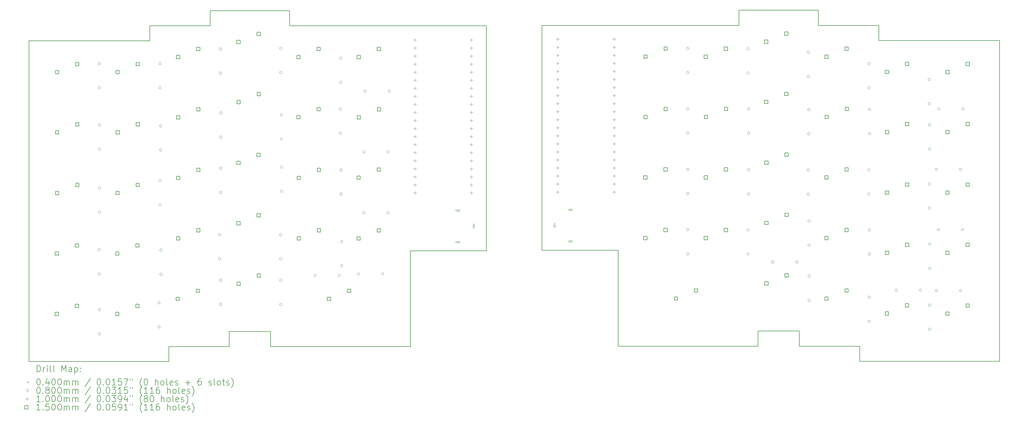
<source format=gbr>
%TF.GenerationSoftware,KiCad,Pcbnew,9.0.2*%
%TF.CreationDate,2025-05-23T18:36:56-06:00*%
%TF.ProjectId,Colette,436f6c65-7474-4652-9e6b-696361645f70,rev?*%
%TF.SameCoordinates,Original*%
%TF.FileFunction,Drillmap*%
%TF.FilePolarity,Positive*%
%FSLAX45Y45*%
G04 Gerber Fmt 4.5, Leading zero omitted, Abs format (unit mm)*
G04 Created by KiCad (PCBNEW 9.0.2) date 2025-05-23 18:36:56*
%MOMM*%
%LPD*%
G01*
G04 APERTURE LIST*
%ADD10C,0.200000*%
%ADD11C,0.100000*%
%ADD12C,0.150000*%
G04 APERTURE END LIST*
D10*
X10320000Y-13823750D02*
X10320000Y-13347500D01*
X10320000Y-13347500D02*
X9015000Y-13347500D01*
X8415000Y-3222500D02*
X10920000Y-3222500D01*
X9015000Y-13347500D02*
X9015000Y-13823750D01*
X2700000Y-4175000D02*
X2700000Y-14300000D01*
X14730000Y-13823750D02*
X10320000Y-13823750D01*
X25691500Y-13812500D02*
X25691500Y-13336250D01*
X29501500Y-3687500D02*
X27596500Y-3687500D01*
X17130000Y-3698750D02*
X17130000Y-10798750D01*
X29501500Y-4163750D02*
X29501500Y-3687500D01*
X26996500Y-13812500D02*
X28901500Y-13812500D01*
X25691500Y-13336250D02*
X26996500Y-13336250D01*
X21281500Y-10787500D02*
X21281500Y-13812500D01*
X17130000Y-10798750D02*
X14730000Y-10798750D01*
X9015000Y-13823750D02*
X7110000Y-13823750D01*
X33311500Y-4163750D02*
X29501500Y-4163750D01*
X6510000Y-4175000D02*
X6510000Y-3698750D01*
X10920000Y-3222500D02*
X10920000Y-3698750D01*
X25091500Y-3211250D02*
X25091500Y-3687500D01*
X28901500Y-14288750D02*
X33311500Y-14288750D01*
X28901500Y-13812500D02*
X28901500Y-14288750D01*
X6510000Y-3698750D02*
X8415000Y-3698750D01*
X7110000Y-14300000D02*
X2700000Y-14300000D01*
X10920000Y-3698750D02*
X17130000Y-3698750D01*
X7110000Y-13823750D02*
X7110000Y-14300000D01*
X2700000Y-4175000D02*
X6510000Y-4175000D01*
X18881500Y-10787500D02*
X21281500Y-10787500D01*
X27596500Y-3211250D02*
X25091500Y-3211250D01*
X14730000Y-10798750D02*
X14730000Y-13823750D01*
X27596500Y-3687500D02*
X27596500Y-3211250D01*
X18881500Y-3687500D02*
X18881500Y-10787500D01*
X21281500Y-13812500D02*
X25691500Y-13812500D01*
X26996500Y-13336250D02*
X26996500Y-13812500D01*
X25091500Y-3687500D02*
X18881500Y-3687500D01*
X33311500Y-4163750D02*
X33311500Y-14288750D01*
X8415000Y-3698750D02*
X8415000Y-3222500D01*
D11*
X16205000Y-9505000D02*
X16245000Y-9545000D01*
X16245000Y-9505000D02*
X16205000Y-9545000D01*
X16275000Y-9505000D02*
X16175000Y-9505000D01*
X16175000Y-9545000D02*
G75*
G02*
X16175000Y-9505000I0J20000D01*
G01*
X16175000Y-9545000D02*
X16275000Y-9545000D01*
X16275000Y-9545000D02*
G75*
G03*
X16275000Y-9505000I0J20000D01*
G01*
X16205000Y-10505000D02*
X16245000Y-10545000D01*
X16245000Y-10505000D02*
X16205000Y-10545000D01*
X16175000Y-10545000D02*
X16275000Y-10545000D01*
X16275000Y-10505000D02*
G75*
G02*
X16275000Y-10545000I0J-20000D01*
G01*
X16275000Y-10505000D02*
X16175000Y-10505000D01*
X16175000Y-10505000D02*
G75*
G03*
X16175000Y-10545000I0J-20000D01*
G01*
X16705000Y-10005000D02*
X16745000Y-10045000D01*
X16745000Y-10005000D02*
X16705000Y-10045000D01*
X16745000Y-10075000D02*
X16745000Y-9975000D01*
X16705000Y-9975000D02*
G75*
G02*
X16745000Y-9975000I20000J0D01*
G01*
X16705000Y-9975000D02*
X16705000Y-10075000D01*
X16705000Y-10075000D02*
G75*
G03*
X16745000Y-10075000I20000J0D01*
G01*
X19255000Y-9980000D02*
X19295000Y-10020000D01*
X19295000Y-9980000D02*
X19255000Y-10020000D01*
X19255000Y-9950000D02*
X19255000Y-10050000D01*
X19295000Y-10050000D02*
G75*
G02*
X19255000Y-10050000I-20000J0D01*
G01*
X19295000Y-10050000D02*
X19295000Y-9950000D01*
X19295000Y-9950000D02*
G75*
G03*
X19255000Y-9950000I-20000J0D01*
G01*
X19755000Y-9480000D02*
X19795000Y-9520000D01*
X19795000Y-9480000D02*
X19755000Y-9520000D01*
X19825000Y-9480000D02*
X19725000Y-9480000D01*
X19725000Y-9520000D02*
G75*
G02*
X19725000Y-9480000I0J20000D01*
G01*
X19725000Y-9520000D02*
X19825000Y-9520000D01*
X19825000Y-9520000D02*
G75*
G03*
X19825000Y-9480000I0J20000D01*
G01*
X19755000Y-10480000D02*
X19795000Y-10520000D01*
X19795000Y-10480000D02*
X19755000Y-10520000D01*
X19725000Y-10520000D02*
X19825000Y-10520000D01*
X19825000Y-10480000D02*
G75*
G02*
X19825000Y-10520000I0J-20000D01*
G01*
X19825000Y-10480000D02*
X19725000Y-10480000D01*
X19725000Y-10480000D02*
G75*
G03*
X19725000Y-10520000I0J-20000D01*
G01*
X4952000Y-10769750D02*
G75*
G02*
X4872000Y-10769750I-40000J0D01*
G01*
X4872000Y-10769750D02*
G75*
G02*
X4952000Y-10769750I40000J0D01*
G01*
X4952000Y-11531750D02*
G75*
G02*
X4872000Y-11531750I-40000J0D01*
G01*
X4872000Y-11531750D02*
G75*
G02*
X4952000Y-11531750I40000J0D01*
G01*
X4962000Y-4890750D02*
G75*
G02*
X4882000Y-4890750I-40000J0D01*
G01*
X4882000Y-4890750D02*
G75*
G02*
X4962000Y-4890750I40000J0D01*
G01*
X4962000Y-5652750D02*
G75*
G02*
X4882000Y-5652750I-40000J0D01*
G01*
X4882000Y-5652750D02*
G75*
G02*
X4962000Y-5652750I40000J0D01*
G01*
X4962000Y-6830750D02*
G75*
G02*
X4882000Y-6830750I-40000J0D01*
G01*
X4882000Y-6830750D02*
G75*
G02*
X4962000Y-6830750I40000J0D01*
G01*
X4962000Y-7592750D02*
G75*
G02*
X4882000Y-7592750I-40000J0D01*
G01*
X4882000Y-7592750D02*
G75*
G02*
X4962000Y-7592750I40000J0D01*
G01*
X4962000Y-8819750D02*
G75*
G02*
X4882000Y-8819750I-40000J0D01*
G01*
X4882000Y-8819750D02*
G75*
G02*
X4962000Y-8819750I40000J0D01*
G01*
X4962000Y-9581750D02*
G75*
G02*
X4882000Y-9581750I-40000J0D01*
G01*
X4882000Y-9581750D02*
G75*
G02*
X4962000Y-9581750I40000J0D01*
G01*
X4962000Y-12659750D02*
G75*
G02*
X4882000Y-12659750I-40000J0D01*
G01*
X4882000Y-12659750D02*
G75*
G02*
X4962000Y-12659750I40000J0D01*
G01*
X4962000Y-13421750D02*
G75*
G02*
X4882000Y-13421750I-40000J0D01*
G01*
X4882000Y-13421750D02*
G75*
G02*
X4962000Y-13421750I40000J0D01*
G01*
X6842000Y-12439750D02*
G75*
G02*
X6762000Y-12439750I-40000J0D01*
G01*
X6762000Y-12439750D02*
G75*
G02*
X6842000Y-12439750I40000J0D01*
G01*
X6842000Y-13201750D02*
G75*
G02*
X6762000Y-13201750I-40000J0D01*
G01*
X6762000Y-13201750D02*
G75*
G02*
X6842000Y-13201750I40000J0D01*
G01*
X6872000Y-4890750D02*
G75*
G02*
X6792000Y-4890750I-40000J0D01*
G01*
X6792000Y-4890750D02*
G75*
G02*
X6872000Y-4890750I40000J0D01*
G01*
X6872000Y-5652750D02*
G75*
G02*
X6792000Y-5652750I-40000J0D01*
G01*
X6792000Y-5652750D02*
G75*
G02*
X6872000Y-5652750I40000J0D01*
G01*
X6872000Y-8579750D02*
G75*
G02*
X6792000Y-8579750I-40000J0D01*
G01*
X6792000Y-8579750D02*
G75*
G02*
X6872000Y-8579750I40000J0D01*
G01*
X6872000Y-9341750D02*
G75*
G02*
X6792000Y-9341750I-40000J0D01*
G01*
X6792000Y-9341750D02*
G75*
G02*
X6872000Y-9341750I40000J0D01*
G01*
X6892000Y-6860750D02*
G75*
G02*
X6812000Y-6860750I-40000J0D01*
G01*
X6812000Y-6860750D02*
G75*
G02*
X6892000Y-6860750I40000J0D01*
G01*
X6892000Y-7622750D02*
G75*
G02*
X6812000Y-7622750I-40000J0D01*
G01*
X6812000Y-7622750D02*
G75*
G02*
X6892000Y-7622750I40000J0D01*
G01*
X6902000Y-10780750D02*
G75*
G02*
X6822000Y-10780750I-40000J0D01*
G01*
X6822000Y-10780750D02*
G75*
G02*
X6902000Y-10780750I40000J0D01*
G01*
X6902000Y-11542750D02*
G75*
G02*
X6822000Y-11542750I-40000J0D01*
G01*
X6822000Y-11542750D02*
G75*
G02*
X6902000Y-11542750I40000J0D01*
G01*
X8752000Y-10290750D02*
G75*
G02*
X8672000Y-10290750I-40000J0D01*
G01*
X8672000Y-10290750D02*
G75*
G02*
X8752000Y-10290750I40000J0D01*
G01*
X8752000Y-11052750D02*
G75*
G02*
X8672000Y-11052750I-40000J0D01*
G01*
X8672000Y-11052750D02*
G75*
G02*
X8752000Y-11052750I40000J0D01*
G01*
X8782000Y-4430750D02*
G75*
G02*
X8702000Y-4430750I-40000J0D01*
G01*
X8702000Y-4430750D02*
G75*
G02*
X8782000Y-4430750I40000J0D01*
G01*
X8782000Y-5192750D02*
G75*
G02*
X8702000Y-5192750I-40000J0D01*
G01*
X8702000Y-5192750D02*
G75*
G02*
X8782000Y-5192750I40000J0D01*
G01*
X8782000Y-8199750D02*
G75*
G02*
X8702000Y-8199750I-40000J0D01*
G01*
X8702000Y-8199750D02*
G75*
G02*
X8782000Y-8199750I40000J0D01*
G01*
X8782000Y-8961750D02*
G75*
G02*
X8702000Y-8961750I-40000J0D01*
G01*
X8702000Y-8961750D02*
G75*
G02*
X8782000Y-8961750I40000J0D01*
G01*
X8782000Y-11729750D02*
G75*
G02*
X8702000Y-11729750I-40000J0D01*
G01*
X8702000Y-11729750D02*
G75*
G02*
X8782000Y-11729750I40000J0D01*
G01*
X8782000Y-12491750D02*
G75*
G02*
X8702000Y-12491750I-40000J0D01*
G01*
X8702000Y-12491750D02*
G75*
G02*
X8782000Y-12491750I40000J0D01*
G01*
X8792000Y-6450750D02*
G75*
G02*
X8712000Y-6450750I-40000J0D01*
G01*
X8712000Y-6450750D02*
G75*
G02*
X8792000Y-6450750I40000J0D01*
G01*
X8792000Y-7212750D02*
G75*
G02*
X8712000Y-7212750I-40000J0D01*
G01*
X8712000Y-7212750D02*
G75*
G02*
X8792000Y-7212750I40000J0D01*
G01*
X10682000Y-4409750D02*
G75*
G02*
X10602000Y-4409750I-40000J0D01*
G01*
X10602000Y-4409750D02*
G75*
G02*
X10682000Y-4409750I40000J0D01*
G01*
X10682000Y-5171750D02*
G75*
G02*
X10602000Y-5171750I-40000J0D01*
G01*
X10602000Y-5171750D02*
G75*
G02*
X10682000Y-5171750I40000J0D01*
G01*
X10682000Y-10289750D02*
G75*
G02*
X10602000Y-10289750I-40000J0D01*
G01*
X10602000Y-10289750D02*
G75*
G02*
X10682000Y-10289750I40000J0D01*
G01*
X10682000Y-11051750D02*
G75*
G02*
X10602000Y-11051750I-40000J0D01*
G01*
X10602000Y-11051750D02*
G75*
G02*
X10682000Y-11051750I40000J0D01*
G01*
X10682000Y-11730750D02*
G75*
G02*
X10602000Y-11730750I-40000J0D01*
G01*
X10602000Y-11730750D02*
G75*
G02*
X10682000Y-11730750I40000J0D01*
G01*
X10682000Y-12492750D02*
G75*
G02*
X10602000Y-12492750I-40000J0D01*
G01*
X10602000Y-12492750D02*
G75*
G02*
X10682000Y-12492750I40000J0D01*
G01*
X10702000Y-6510750D02*
G75*
G02*
X10622000Y-6510750I-40000J0D01*
G01*
X10622000Y-6510750D02*
G75*
G02*
X10702000Y-6510750I40000J0D01*
G01*
X10702000Y-7272750D02*
G75*
G02*
X10622000Y-7272750I-40000J0D01*
G01*
X10622000Y-7272750D02*
G75*
G02*
X10702000Y-7272750I40000J0D01*
G01*
X10712000Y-8160750D02*
G75*
G02*
X10632000Y-8160750I-40000J0D01*
G01*
X10632000Y-8160750D02*
G75*
G02*
X10712000Y-8160750I40000J0D01*
G01*
X10712000Y-8922750D02*
G75*
G02*
X10632000Y-8922750I-40000J0D01*
G01*
X10632000Y-8922750D02*
G75*
G02*
X10712000Y-8922750I40000J0D01*
G01*
X11761000Y-11580750D02*
G75*
G02*
X11681000Y-11580750I-40000J0D01*
G01*
X11681000Y-11580750D02*
G75*
G02*
X11761000Y-11580750I40000J0D01*
G01*
X12523000Y-11580750D02*
G75*
G02*
X12443000Y-11580750I-40000J0D01*
G01*
X12443000Y-11580750D02*
G75*
G02*
X12523000Y-11580750I40000J0D01*
G01*
X12562000Y-6328750D02*
G75*
G02*
X12482000Y-6328750I-40000J0D01*
G01*
X12482000Y-6328750D02*
G75*
G02*
X12562000Y-6328750I40000J0D01*
G01*
X12562000Y-7090750D02*
G75*
G02*
X12482000Y-7090750I-40000J0D01*
G01*
X12482000Y-7090750D02*
G75*
G02*
X12562000Y-7090750I40000J0D01*
G01*
X12572000Y-4720750D02*
G75*
G02*
X12492000Y-4720750I-40000J0D01*
G01*
X12492000Y-4720750D02*
G75*
G02*
X12572000Y-4720750I40000J0D01*
G01*
X12572000Y-5482750D02*
G75*
G02*
X12492000Y-5482750I-40000J0D01*
G01*
X12492000Y-5482750D02*
G75*
G02*
X12572000Y-5482750I40000J0D01*
G01*
X12582000Y-8249750D02*
G75*
G02*
X12502000Y-8249750I-40000J0D01*
G01*
X12502000Y-8249750D02*
G75*
G02*
X12582000Y-8249750I40000J0D01*
G01*
X12582000Y-9011750D02*
G75*
G02*
X12502000Y-9011750I-40000J0D01*
G01*
X12502000Y-9011750D02*
G75*
G02*
X12582000Y-9011750I40000J0D01*
G01*
X12602000Y-10510750D02*
G75*
G02*
X12522000Y-10510750I-40000J0D01*
G01*
X12522000Y-10510750D02*
G75*
G02*
X12602000Y-10510750I40000J0D01*
G01*
X12602000Y-11272750D02*
G75*
G02*
X12522000Y-11272750I-40000J0D01*
G01*
X12522000Y-11272750D02*
G75*
G02*
X12602000Y-11272750I40000J0D01*
G01*
X13131000Y-11530750D02*
G75*
G02*
X13051000Y-11530750I-40000J0D01*
G01*
X13051000Y-11530750D02*
G75*
G02*
X13131000Y-11530750I40000J0D01*
G01*
X13301000Y-9600750D02*
G75*
G02*
X13221000Y-9600750I-40000J0D01*
G01*
X13221000Y-9600750D02*
G75*
G02*
X13301000Y-9600750I40000J0D01*
G01*
X13310000Y-7680750D02*
G75*
G02*
X13230000Y-7680750I-40000J0D01*
G01*
X13230000Y-7680750D02*
G75*
G02*
X13310000Y-7680750I40000J0D01*
G01*
X13341000Y-5760750D02*
G75*
G02*
X13261000Y-5760750I-40000J0D01*
G01*
X13261000Y-5760750D02*
G75*
G02*
X13341000Y-5760750I40000J0D01*
G01*
X13893000Y-11530750D02*
G75*
G02*
X13813000Y-11530750I-40000J0D01*
G01*
X13813000Y-11530750D02*
G75*
G02*
X13893000Y-11530750I40000J0D01*
G01*
X14063000Y-9600750D02*
G75*
G02*
X13983000Y-9600750I-40000J0D01*
G01*
X13983000Y-9600750D02*
G75*
G02*
X14063000Y-9600750I40000J0D01*
G01*
X14072000Y-7680750D02*
G75*
G02*
X13992000Y-7680750I-40000J0D01*
G01*
X13992000Y-7680750D02*
G75*
G02*
X14072000Y-7680750I40000J0D01*
G01*
X14103000Y-5760750D02*
G75*
G02*
X14023000Y-5760750I-40000J0D01*
G01*
X14023000Y-5760750D02*
G75*
G02*
X14103000Y-5760750I40000J0D01*
G01*
X23517500Y-4414500D02*
G75*
G02*
X23437500Y-4414500I-40000J0D01*
G01*
X23437500Y-4414500D02*
G75*
G02*
X23517500Y-4414500I40000J0D01*
G01*
X23517500Y-5176500D02*
G75*
G02*
X23437500Y-5176500I-40000J0D01*
G01*
X23437500Y-5176500D02*
G75*
G02*
X23517500Y-5176500I40000J0D01*
G01*
X23517500Y-6323500D02*
G75*
G02*
X23437500Y-6323500I-40000J0D01*
G01*
X23437500Y-6323500D02*
G75*
G02*
X23517500Y-6323500I40000J0D01*
G01*
X23517500Y-7085500D02*
G75*
G02*
X23437500Y-7085500I-40000J0D01*
G01*
X23437500Y-7085500D02*
G75*
G02*
X23517500Y-7085500I40000J0D01*
G01*
X23517500Y-8234500D02*
G75*
G02*
X23437500Y-8234500I-40000J0D01*
G01*
X23437500Y-8234500D02*
G75*
G02*
X23517500Y-8234500I40000J0D01*
G01*
X23517500Y-8996500D02*
G75*
G02*
X23437500Y-8996500I-40000J0D01*
G01*
X23437500Y-8996500D02*
G75*
G02*
X23517500Y-8996500I40000J0D01*
G01*
X23517500Y-10134500D02*
G75*
G02*
X23437500Y-10134500I-40000J0D01*
G01*
X23437500Y-10134500D02*
G75*
G02*
X23517500Y-10134500I40000J0D01*
G01*
X23517500Y-10896500D02*
G75*
G02*
X23437500Y-10896500I-40000J0D01*
G01*
X23437500Y-10896500D02*
G75*
G02*
X23517500Y-10896500I40000J0D01*
G01*
X25417500Y-4424500D02*
G75*
G02*
X25337500Y-4424500I-40000J0D01*
G01*
X25337500Y-4424500D02*
G75*
G02*
X25417500Y-4424500I40000J0D01*
G01*
X25417500Y-5186500D02*
G75*
G02*
X25337500Y-5186500I-40000J0D01*
G01*
X25337500Y-5186500D02*
G75*
G02*
X25417500Y-5186500I40000J0D01*
G01*
X25417500Y-10143500D02*
G75*
G02*
X25337500Y-10143500I-40000J0D01*
G01*
X25337500Y-10143500D02*
G75*
G02*
X25417500Y-10143500I40000J0D01*
G01*
X25417500Y-10905500D02*
G75*
G02*
X25337500Y-10905500I-40000J0D01*
G01*
X25337500Y-10905500D02*
G75*
G02*
X25417500Y-10905500I40000J0D01*
G01*
X25437500Y-6323500D02*
G75*
G02*
X25357500Y-6323500I-40000J0D01*
G01*
X25357500Y-6323500D02*
G75*
G02*
X25437500Y-6323500I40000J0D01*
G01*
X25437500Y-7085500D02*
G75*
G02*
X25357500Y-7085500I-40000J0D01*
G01*
X25357500Y-7085500D02*
G75*
G02*
X25437500Y-7085500I40000J0D01*
G01*
X25437500Y-8243500D02*
G75*
G02*
X25357500Y-8243500I-40000J0D01*
G01*
X25357500Y-8243500D02*
G75*
G02*
X25437500Y-8243500I40000J0D01*
G01*
X25437500Y-9005500D02*
G75*
G02*
X25357500Y-9005500I-40000J0D01*
G01*
X25357500Y-9005500D02*
G75*
G02*
X25437500Y-9005500I40000J0D01*
G01*
X26196500Y-11154500D02*
G75*
G02*
X26116500Y-11154500I-40000J0D01*
G01*
X26116500Y-11154500D02*
G75*
G02*
X26196500Y-11154500I40000J0D01*
G01*
X26958500Y-11154500D02*
G75*
G02*
X26878500Y-11154500I-40000J0D01*
G01*
X26878500Y-11154500D02*
G75*
G02*
X26958500Y-11154500I40000J0D01*
G01*
X27317500Y-8253500D02*
G75*
G02*
X27237500Y-8253500I-40000J0D01*
G01*
X27237500Y-8253500D02*
G75*
G02*
X27317500Y-8253500I40000J0D01*
G01*
X27317500Y-9015500D02*
G75*
G02*
X27237500Y-9015500I-40000J0D01*
G01*
X27237500Y-9015500D02*
G75*
G02*
X27317500Y-9015500I40000J0D01*
G01*
X27327500Y-4534500D02*
G75*
G02*
X27247500Y-4534500I-40000J0D01*
G01*
X27247500Y-4534500D02*
G75*
G02*
X27327500Y-4534500I40000J0D01*
G01*
X27327500Y-5296500D02*
G75*
G02*
X27247500Y-5296500I-40000J0D01*
G01*
X27247500Y-5296500D02*
G75*
G02*
X27327500Y-5296500I40000J0D01*
G01*
X27337500Y-6344500D02*
G75*
G02*
X27257500Y-6344500I-40000J0D01*
G01*
X27257500Y-6344500D02*
G75*
G02*
X27337500Y-6344500I40000J0D01*
G01*
X27337500Y-7106500D02*
G75*
G02*
X27257500Y-7106500I-40000J0D01*
G01*
X27257500Y-7106500D02*
G75*
G02*
X27337500Y-7106500I40000J0D01*
G01*
X27347500Y-9863500D02*
G75*
G02*
X27267500Y-9863500I-40000J0D01*
G01*
X27267500Y-9863500D02*
G75*
G02*
X27347500Y-9863500I40000J0D01*
G01*
X27347500Y-10625500D02*
G75*
G02*
X27267500Y-10625500I-40000J0D01*
G01*
X27267500Y-10625500D02*
G75*
G02*
X27347500Y-10625500I40000J0D01*
G01*
X27347500Y-11603500D02*
G75*
G02*
X27267500Y-11603500I-40000J0D01*
G01*
X27267500Y-11603500D02*
G75*
G02*
X27347500Y-11603500I40000J0D01*
G01*
X27347500Y-12365500D02*
G75*
G02*
X27267500Y-12365500I-40000J0D01*
G01*
X27267500Y-12365500D02*
G75*
G02*
X27347500Y-12365500I40000J0D01*
G01*
X29227500Y-8244500D02*
G75*
G02*
X29147500Y-8244500I-40000J0D01*
G01*
X29147500Y-8244500D02*
G75*
G02*
X29227500Y-8244500I40000J0D01*
G01*
X29227500Y-9006500D02*
G75*
G02*
X29147500Y-9006500I-40000J0D01*
G01*
X29147500Y-9006500D02*
G75*
G02*
X29227500Y-9006500I40000J0D01*
G01*
X29237500Y-4893500D02*
G75*
G02*
X29157500Y-4893500I-40000J0D01*
G01*
X29157500Y-4893500D02*
G75*
G02*
X29237500Y-4893500I40000J0D01*
G01*
X29237500Y-5655500D02*
G75*
G02*
X29157500Y-5655500I-40000J0D01*
G01*
X29157500Y-5655500D02*
G75*
G02*
X29237500Y-5655500I40000J0D01*
G01*
X29237500Y-12264500D02*
G75*
G02*
X29157500Y-12264500I-40000J0D01*
G01*
X29157500Y-12264500D02*
G75*
G02*
X29237500Y-12264500I40000J0D01*
G01*
X29237500Y-13026500D02*
G75*
G02*
X29157500Y-13026500I-40000J0D01*
G01*
X29157500Y-13026500D02*
G75*
G02*
X29237500Y-13026500I40000J0D01*
G01*
X29247500Y-10143500D02*
G75*
G02*
X29167500Y-10143500I-40000J0D01*
G01*
X29167500Y-10143500D02*
G75*
G02*
X29247500Y-10143500I40000J0D01*
G01*
X29247500Y-10905500D02*
G75*
G02*
X29167500Y-10905500I-40000J0D01*
G01*
X29167500Y-10905500D02*
G75*
G02*
X29247500Y-10905500I40000J0D01*
G01*
X29257500Y-6343500D02*
G75*
G02*
X29177500Y-6343500I-40000J0D01*
G01*
X29177500Y-6343500D02*
G75*
G02*
X29257500Y-6343500I40000J0D01*
G01*
X29257500Y-7105500D02*
G75*
G02*
X29177500Y-7105500I-40000J0D01*
G01*
X29177500Y-7105500D02*
G75*
G02*
X29257500Y-7105500I40000J0D01*
G01*
X30095500Y-12044500D02*
G75*
G02*
X30015500Y-12044500I-40000J0D01*
G01*
X30015500Y-12044500D02*
G75*
G02*
X30095500Y-12044500I40000J0D01*
G01*
X30857500Y-12044500D02*
G75*
G02*
X30777500Y-12044500I-40000J0D01*
G01*
X30777500Y-12044500D02*
G75*
G02*
X30857500Y-12044500I40000J0D01*
G01*
X31137500Y-5394500D02*
G75*
G02*
X31057500Y-5394500I-40000J0D01*
G01*
X31057500Y-5394500D02*
G75*
G02*
X31137500Y-5394500I40000J0D01*
G01*
X31137500Y-6156500D02*
G75*
G02*
X31057500Y-6156500I-40000J0D01*
G01*
X31057500Y-6156500D02*
G75*
G02*
X31137500Y-6156500I40000J0D01*
G01*
X31137500Y-8693500D02*
G75*
G02*
X31057500Y-8693500I-40000J0D01*
G01*
X31057500Y-8693500D02*
G75*
G02*
X31137500Y-8693500I40000J0D01*
G01*
X31137500Y-9455500D02*
G75*
G02*
X31057500Y-9455500I-40000J0D01*
G01*
X31057500Y-9455500D02*
G75*
G02*
X31137500Y-9455500I40000J0D01*
G01*
X31147500Y-6824500D02*
G75*
G02*
X31067500Y-6824500I-40000J0D01*
G01*
X31067500Y-6824500D02*
G75*
G02*
X31147500Y-6824500I40000J0D01*
G01*
X31147500Y-7586500D02*
G75*
G02*
X31067500Y-7586500I-40000J0D01*
G01*
X31067500Y-7586500D02*
G75*
G02*
X31147500Y-7586500I40000J0D01*
G01*
X31147500Y-10593500D02*
G75*
G02*
X31067500Y-10593500I-40000J0D01*
G01*
X31067500Y-10593500D02*
G75*
G02*
X31147500Y-10593500I40000J0D01*
G01*
X31147500Y-11355500D02*
G75*
G02*
X31067500Y-11355500I-40000J0D01*
G01*
X31067500Y-11355500D02*
G75*
G02*
X31147500Y-11355500I40000J0D01*
G01*
X31147500Y-12513500D02*
G75*
G02*
X31067500Y-12513500I-40000J0D01*
G01*
X31067500Y-12513500D02*
G75*
G02*
X31147500Y-12513500I40000J0D01*
G01*
X31147500Y-13275500D02*
G75*
G02*
X31067500Y-13275500I-40000J0D01*
G01*
X31067500Y-13275500D02*
G75*
G02*
X31147500Y-13275500I40000J0D01*
G01*
X31365500Y-8234500D02*
G75*
G02*
X31285500Y-8234500I-40000J0D01*
G01*
X31285500Y-8234500D02*
G75*
G02*
X31365500Y-8234500I40000J0D01*
G01*
X31366500Y-12054500D02*
G75*
G02*
X31286500Y-12054500I-40000J0D01*
G01*
X31286500Y-12054500D02*
G75*
G02*
X31366500Y-12054500I40000J0D01*
G01*
X31425500Y-10134500D02*
G75*
G02*
X31345500Y-10134500I-40000J0D01*
G01*
X31345500Y-10134500D02*
G75*
G02*
X31425500Y-10134500I40000J0D01*
G01*
X31435500Y-6324500D02*
G75*
G02*
X31355500Y-6324500I-40000J0D01*
G01*
X31355500Y-6324500D02*
G75*
G02*
X31435500Y-6324500I40000J0D01*
G01*
X32127500Y-8234500D02*
G75*
G02*
X32047500Y-8234500I-40000J0D01*
G01*
X32047500Y-8234500D02*
G75*
G02*
X32127500Y-8234500I40000J0D01*
G01*
X32128500Y-12054500D02*
G75*
G02*
X32048500Y-12054500I-40000J0D01*
G01*
X32048500Y-12054500D02*
G75*
G02*
X32128500Y-12054500I40000J0D01*
G01*
X32187500Y-10134500D02*
G75*
G02*
X32107500Y-10134500I-40000J0D01*
G01*
X32107500Y-10134500D02*
G75*
G02*
X32187500Y-10134500I40000J0D01*
G01*
X32197500Y-6324500D02*
G75*
G02*
X32117500Y-6324500I-40000J0D01*
G01*
X32117500Y-6324500D02*
G75*
G02*
X32197500Y-6324500I40000J0D01*
G01*
X14872000Y-4094750D02*
X14872000Y-4194750D01*
X14822000Y-4144750D02*
X14922000Y-4144750D01*
X14872000Y-4348750D02*
X14872000Y-4448750D01*
X14822000Y-4398750D02*
X14922000Y-4398750D01*
X14872000Y-4602750D02*
X14872000Y-4702750D01*
X14822000Y-4652750D02*
X14922000Y-4652750D01*
X14872000Y-4856750D02*
X14872000Y-4956750D01*
X14822000Y-4906750D02*
X14922000Y-4906750D01*
X14872000Y-5110750D02*
X14872000Y-5210750D01*
X14822000Y-5160750D02*
X14922000Y-5160750D01*
X14872000Y-5364750D02*
X14872000Y-5464750D01*
X14822000Y-5414750D02*
X14922000Y-5414750D01*
X14872000Y-5618750D02*
X14872000Y-5718750D01*
X14822000Y-5668750D02*
X14922000Y-5668750D01*
X14872000Y-5872750D02*
X14872000Y-5972750D01*
X14822000Y-5922750D02*
X14922000Y-5922750D01*
X14872000Y-6126750D02*
X14872000Y-6226750D01*
X14822000Y-6176750D02*
X14922000Y-6176750D01*
X14872000Y-6380750D02*
X14872000Y-6480750D01*
X14822000Y-6430750D02*
X14922000Y-6430750D01*
X14872000Y-6634750D02*
X14872000Y-6734750D01*
X14822000Y-6684750D02*
X14922000Y-6684750D01*
X14872000Y-6888750D02*
X14872000Y-6988750D01*
X14822000Y-6938750D02*
X14922000Y-6938750D01*
X14872000Y-7142750D02*
X14872000Y-7242750D01*
X14822000Y-7192750D02*
X14922000Y-7192750D01*
X14872000Y-7396750D02*
X14872000Y-7496750D01*
X14822000Y-7446750D02*
X14922000Y-7446750D01*
X14872000Y-7650750D02*
X14872000Y-7750750D01*
X14822000Y-7700750D02*
X14922000Y-7700750D01*
X14872000Y-7904750D02*
X14872000Y-8004750D01*
X14822000Y-7954750D02*
X14922000Y-7954750D01*
X14872000Y-8158750D02*
X14872000Y-8258750D01*
X14822000Y-8208750D02*
X14922000Y-8208750D01*
X14872000Y-8412750D02*
X14872000Y-8512750D01*
X14822000Y-8462750D02*
X14922000Y-8462750D01*
X14872000Y-8666750D02*
X14872000Y-8766750D01*
X14822000Y-8716750D02*
X14922000Y-8716750D01*
X14872000Y-8920750D02*
X14872000Y-9020750D01*
X14822000Y-8970750D02*
X14922000Y-8970750D01*
X16650000Y-4094750D02*
X16650000Y-4194750D01*
X16600000Y-4144750D02*
X16700000Y-4144750D01*
X16650000Y-4348750D02*
X16650000Y-4448750D01*
X16600000Y-4398750D02*
X16700000Y-4398750D01*
X16650000Y-4602750D02*
X16650000Y-4702750D01*
X16600000Y-4652750D02*
X16700000Y-4652750D01*
X16650000Y-4856750D02*
X16650000Y-4956750D01*
X16600000Y-4906750D02*
X16700000Y-4906750D01*
X16650000Y-5110750D02*
X16650000Y-5210750D01*
X16600000Y-5160750D02*
X16700000Y-5160750D01*
X16650000Y-5364750D02*
X16650000Y-5464750D01*
X16600000Y-5414750D02*
X16700000Y-5414750D01*
X16650000Y-5618750D02*
X16650000Y-5718750D01*
X16600000Y-5668750D02*
X16700000Y-5668750D01*
X16650000Y-5872750D02*
X16650000Y-5972750D01*
X16600000Y-5922750D02*
X16700000Y-5922750D01*
X16650000Y-6126750D02*
X16650000Y-6226750D01*
X16600000Y-6176750D02*
X16700000Y-6176750D01*
X16650000Y-6380750D02*
X16650000Y-6480750D01*
X16600000Y-6430750D02*
X16700000Y-6430750D01*
X16650000Y-6634750D02*
X16650000Y-6734750D01*
X16600000Y-6684750D02*
X16700000Y-6684750D01*
X16650000Y-6888750D02*
X16650000Y-6988750D01*
X16600000Y-6938750D02*
X16700000Y-6938750D01*
X16650000Y-7142750D02*
X16650000Y-7242750D01*
X16600000Y-7192750D02*
X16700000Y-7192750D01*
X16650000Y-7396750D02*
X16650000Y-7496750D01*
X16600000Y-7446750D02*
X16700000Y-7446750D01*
X16650000Y-7650750D02*
X16650000Y-7750750D01*
X16600000Y-7700750D02*
X16700000Y-7700750D01*
X16650000Y-7904750D02*
X16650000Y-8004750D01*
X16600000Y-7954750D02*
X16700000Y-7954750D01*
X16650000Y-8158750D02*
X16650000Y-8258750D01*
X16600000Y-8208750D02*
X16700000Y-8208750D01*
X16650000Y-8412750D02*
X16650000Y-8512750D01*
X16600000Y-8462750D02*
X16700000Y-8462750D01*
X16650000Y-8666750D02*
X16650000Y-8766750D01*
X16600000Y-8716750D02*
X16700000Y-8716750D01*
X16650000Y-8920750D02*
X16650000Y-9020750D01*
X16600000Y-8970750D02*
X16700000Y-8970750D01*
X19375000Y-4075000D02*
X19375000Y-4175000D01*
X19325000Y-4125000D02*
X19425000Y-4125000D01*
X19375000Y-4329000D02*
X19375000Y-4429000D01*
X19325000Y-4379000D02*
X19425000Y-4379000D01*
X19375000Y-4583000D02*
X19375000Y-4683000D01*
X19325000Y-4633000D02*
X19425000Y-4633000D01*
X19375000Y-4837000D02*
X19375000Y-4937000D01*
X19325000Y-4887000D02*
X19425000Y-4887000D01*
X19375000Y-5091000D02*
X19375000Y-5191000D01*
X19325000Y-5141000D02*
X19425000Y-5141000D01*
X19375000Y-5345000D02*
X19375000Y-5445000D01*
X19325000Y-5395000D02*
X19425000Y-5395000D01*
X19375000Y-5599000D02*
X19375000Y-5699000D01*
X19325000Y-5649000D02*
X19425000Y-5649000D01*
X19375000Y-5853000D02*
X19375000Y-5953000D01*
X19325000Y-5903000D02*
X19425000Y-5903000D01*
X19375000Y-6107000D02*
X19375000Y-6207000D01*
X19325000Y-6157000D02*
X19425000Y-6157000D01*
X19375000Y-6361000D02*
X19375000Y-6461000D01*
X19325000Y-6411000D02*
X19425000Y-6411000D01*
X19375000Y-6615000D02*
X19375000Y-6715000D01*
X19325000Y-6665000D02*
X19425000Y-6665000D01*
X19375000Y-6869000D02*
X19375000Y-6969000D01*
X19325000Y-6919000D02*
X19425000Y-6919000D01*
X19375000Y-7123000D02*
X19375000Y-7223000D01*
X19325000Y-7173000D02*
X19425000Y-7173000D01*
X19375000Y-7377000D02*
X19375000Y-7477000D01*
X19325000Y-7427000D02*
X19425000Y-7427000D01*
X19375000Y-7631000D02*
X19375000Y-7731000D01*
X19325000Y-7681000D02*
X19425000Y-7681000D01*
X19375000Y-7885000D02*
X19375000Y-7985000D01*
X19325000Y-7935000D02*
X19425000Y-7935000D01*
X19375000Y-8139000D02*
X19375000Y-8239000D01*
X19325000Y-8189000D02*
X19425000Y-8189000D01*
X19375000Y-8393000D02*
X19375000Y-8493000D01*
X19325000Y-8443000D02*
X19425000Y-8443000D01*
X19375000Y-8647000D02*
X19375000Y-8747000D01*
X19325000Y-8697000D02*
X19425000Y-8697000D01*
X19375000Y-8901000D02*
X19375000Y-9001000D01*
X19325000Y-8951000D02*
X19425000Y-8951000D01*
X21153000Y-4075000D02*
X21153000Y-4175000D01*
X21103000Y-4125000D02*
X21203000Y-4125000D01*
X21153000Y-4329000D02*
X21153000Y-4429000D01*
X21103000Y-4379000D02*
X21203000Y-4379000D01*
X21153000Y-4583000D02*
X21153000Y-4683000D01*
X21103000Y-4633000D02*
X21203000Y-4633000D01*
X21153000Y-4837000D02*
X21153000Y-4937000D01*
X21103000Y-4887000D02*
X21203000Y-4887000D01*
X21153000Y-5091000D02*
X21153000Y-5191000D01*
X21103000Y-5141000D02*
X21203000Y-5141000D01*
X21153000Y-5345000D02*
X21153000Y-5445000D01*
X21103000Y-5395000D02*
X21203000Y-5395000D01*
X21153000Y-5599000D02*
X21153000Y-5699000D01*
X21103000Y-5649000D02*
X21203000Y-5649000D01*
X21153000Y-5853000D02*
X21153000Y-5953000D01*
X21103000Y-5903000D02*
X21203000Y-5903000D01*
X21153000Y-6107000D02*
X21153000Y-6207000D01*
X21103000Y-6157000D02*
X21203000Y-6157000D01*
X21153000Y-6361000D02*
X21153000Y-6461000D01*
X21103000Y-6411000D02*
X21203000Y-6411000D01*
X21153000Y-6615000D02*
X21153000Y-6715000D01*
X21103000Y-6665000D02*
X21203000Y-6665000D01*
X21153000Y-6869000D02*
X21153000Y-6969000D01*
X21103000Y-6919000D02*
X21203000Y-6919000D01*
X21153000Y-7123000D02*
X21153000Y-7223000D01*
X21103000Y-7173000D02*
X21203000Y-7173000D01*
X21153000Y-7377000D02*
X21153000Y-7477000D01*
X21103000Y-7427000D02*
X21203000Y-7427000D01*
X21153000Y-7631000D02*
X21153000Y-7731000D01*
X21103000Y-7681000D02*
X21203000Y-7681000D01*
X21153000Y-7885000D02*
X21153000Y-7985000D01*
X21103000Y-7935000D02*
X21203000Y-7935000D01*
X21153000Y-8139000D02*
X21153000Y-8239000D01*
X21103000Y-8189000D02*
X21203000Y-8189000D01*
X21153000Y-8393000D02*
X21153000Y-8493000D01*
X21103000Y-8443000D02*
X21203000Y-8443000D01*
X21153000Y-8647000D02*
X21153000Y-8747000D01*
X21103000Y-8697000D02*
X21203000Y-8697000D01*
X21153000Y-8901000D02*
X21153000Y-9001000D01*
X21103000Y-8951000D02*
X21203000Y-8951000D01*
D12*
X3630033Y-10939034D02*
X3630033Y-10832967D01*
X3523966Y-10832967D01*
X3523966Y-10939034D01*
X3630033Y-10939034D01*
X3630033Y-12849033D02*
X3630033Y-12742966D01*
X3523966Y-12742966D01*
X3523966Y-12849033D01*
X3630033Y-12849033D01*
X3640033Y-5215034D02*
X3640033Y-5108967D01*
X3533966Y-5108967D01*
X3533966Y-5215034D01*
X3640033Y-5215034D01*
X3640033Y-7119033D02*
X3640033Y-7012966D01*
X3533966Y-7012966D01*
X3533966Y-7119033D01*
X3640033Y-7119033D01*
X3640033Y-9029034D02*
X3640033Y-8922967D01*
X3533966Y-8922967D01*
X3533966Y-9029034D01*
X3640033Y-9029034D01*
X4265034Y-10685034D02*
X4265034Y-10578967D01*
X4158966Y-10578967D01*
X4158966Y-10685034D01*
X4265034Y-10685034D01*
X4265034Y-12595033D02*
X4265034Y-12488966D01*
X4158966Y-12488966D01*
X4158966Y-12595033D01*
X4265034Y-12595033D01*
X4275034Y-4961034D02*
X4275034Y-4854967D01*
X4168966Y-4854967D01*
X4168966Y-4961034D01*
X4275034Y-4961034D01*
X4275034Y-6865033D02*
X4275034Y-6758966D01*
X4168966Y-6758966D01*
X4168966Y-6865033D01*
X4275034Y-6865033D01*
X4275034Y-8775034D02*
X4275034Y-8668967D01*
X4168966Y-8668967D01*
X4168966Y-8775034D01*
X4275034Y-8775034D01*
X5540034Y-10939034D02*
X5540034Y-10832967D01*
X5433967Y-10832967D01*
X5433967Y-10939034D01*
X5540034Y-10939034D01*
X5540034Y-12849033D02*
X5540034Y-12742966D01*
X5433967Y-12742966D01*
X5433967Y-12849033D01*
X5540034Y-12849033D01*
X5545034Y-5215034D02*
X5545034Y-5108967D01*
X5438967Y-5108967D01*
X5438967Y-5215034D01*
X5545034Y-5215034D01*
X5545034Y-9025034D02*
X5545034Y-8918967D01*
X5438967Y-8918967D01*
X5438967Y-9025034D01*
X5545034Y-9025034D01*
X5550034Y-7119033D02*
X5550034Y-7012966D01*
X5443967Y-7012966D01*
X5443967Y-7119033D01*
X5550034Y-7119033D01*
X6175033Y-10685034D02*
X6175033Y-10578967D01*
X6068966Y-10578967D01*
X6068966Y-10685034D01*
X6175033Y-10685034D01*
X6175033Y-12595033D02*
X6175033Y-12488966D01*
X6068966Y-12488966D01*
X6068966Y-12595033D01*
X6175033Y-12595033D01*
X6180033Y-4961034D02*
X6180033Y-4854967D01*
X6073966Y-4854967D01*
X6073966Y-4961034D01*
X6180033Y-4961034D01*
X6180033Y-8771034D02*
X6180033Y-8664967D01*
X6073966Y-8664967D01*
X6073966Y-8771034D01*
X6180033Y-8771034D01*
X6185033Y-6865033D02*
X6185033Y-6758966D01*
X6078966Y-6758966D01*
X6078966Y-6865033D01*
X6185033Y-6865033D01*
X7445033Y-12368783D02*
X7445033Y-12262716D01*
X7338966Y-12262716D01*
X7338966Y-12368783D01*
X7445033Y-12368783D01*
X7455033Y-4738784D02*
X7455033Y-4632717D01*
X7348966Y-4632717D01*
X7348966Y-4738784D01*
X7455033Y-4738784D01*
X7460033Y-6642783D02*
X7460033Y-6536716D01*
X7353966Y-6536716D01*
X7353966Y-6642783D01*
X7460033Y-6642783D01*
X7460033Y-8552784D02*
X7460033Y-8446717D01*
X7353966Y-8446717D01*
X7353966Y-8552784D01*
X7460033Y-8552784D01*
X7460033Y-10462784D02*
X7460033Y-10356717D01*
X7353966Y-10356717D01*
X7353966Y-10462784D01*
X7460033Y-10462784D01*
X8080033Y-12114783D02*
X8080033Y-12008716D01*
X7973966Y-12008716D01*
X7973966Y-12114783D01*
X8080033Y-12114783D01*
X8090033Y-4484784D02*
X8090033Y-4378717D01*
X7983966Y-4378717D01*
X7983966Y-4484784D01*
X8090033Y-4484784D01*
X8095033Y-6388783D02*
X8095033Y-6282716D01*
X7988966Y-6282716D01*
X7988966Y-6388783D01*
X8095033Y-6388783D01*
X8095033Y-8298783D02*
X8095033Y-8192716D01*
X7988966Y-8192716D01*
X7988966Y-8298783D01*
X8095033Y-8298783D01*
X8095033Y-10208784D02*
X8095033Y-10102717D01*
X7988966Y-10102717D01*
X7988966Y-10208784D01*
X8095033Y-10208784D01*
X9360034Y-8076533D02*
X9360034Y-7970466D01*
X9253967Y-7970466D01*
X9253967Y-8076533D01*
X9360034Y-8076533D01*
X9360034Y-9986534D02*
X9360034Y-9880467D01*
X9253967Y-9880467D01*
X9253967Y-9986534D01*
X9360034Y-9986534D01*
X9362034Y-4262534D02*
X9362034Y-4156466D01*
X9255967Y-4156466D01*
X9255967Y-4262534D01*
X9362034Y-4262534D01*
X9365034Y-6162533D02*
X9365034Y-6056466D01*
X9258967Y-6056466D01*
X9258967Y-6162533D01*
X9365034Y-6162533D01*
X9365034Y-11892533D02*
X9365034Y-11786466D01*
X9258967Y-11786466D01*
X9258967Y-11892533D01*
X9365034Y-11892533D01*
X9995034Y-7822533D02*
X9995034Y-7716466D01*
X9888967Y-7716466D01*
X9888967Y-7822533D01*
X9995034Y-7822533D01*
X9995034Y-9732534D02*
X9995034Y-9626467D01*
X9888967Y-9626467D01*
X9888967Y-9732534D01*
X9995034Y-9732534D01*
X9997034Y-4008533D02*
X9997034Y-3902466D01*
X9890967Y-3902466D01*
X9890967Y-4008533D01*
X9997034Y-4008533D01*
X10000034Y-5908533D02*
X10000034Y-5802466D01*
X9893967Y-5802466D01*
X9893967Y-5908533D01*
X10000034Y-5908533D01*
X10000034Y-11638533D02*
X10000034Y-11532466D01*
X9893967Y-11532466D01*
X9893967Y-11638533D01*
X10000034Y-11638533D01*
X11255033Y-4738784D02*
X11255033Y-4632717D01*
X11148967Y-4632717D01*
X11148967Y-4738784D01*
X11255033Y-4738784D01*
X11255033Y-6638783D02*
X11255033Y-6532716D01*
X11148967Y-6532716D01*
X11148967Y-6638783D01*
X11255033Y-6638783D01*
X11260033Y-8552784D02*
X11260033Y-8446717D01*
X11153967Y-8446717D01*
X11153967Y-8552784D01*
X11260033Y-8552784D01*
X11260033Y-10462784D02*
X11260033Y-10356717D01*
X11153967Y-10356717D01*
X11153967Y-10462784D01*
X11260033Y-10462784D01*
X11890033Y-4484784D02*
X11890033Y-4378717D01*
X11783966Y-4378717D01*
X11783966Y-4484784D01*
X11890033Y-4484784D01*
X11890033Y-6384783D02*
X11890033Y-6278716D01*
X11783966Y-6278716D01*
X11783966Y-6384783D01*
X11890033Y-6384783D01*
X11895033Y-8298783D02*
X11895033Y-8192716D01*
X11788966Y-8192716D01*
X11788966Y-8298783D01*
X11895033Y-8298783D01*
X11895033Y-10208784D02*
X11895033Y-10102717D01*
X11788966Y-10102717D01*
X11788966Y-10208784D01*
X11895033Y-10208784D01*
X12215033Y-12368783D02*
X12215033Y-12262716D01*
X12108966Y-12262716D01*
X12108966Y-12368783D01*
X12215033Y-12368783D01*
X12850033Y-12114783D02*
X12850033Y-12008716D01*
X12743966Y-12008716D01*
X12743966Y-12114783D01*
X12850033Y-12114783D01*
X13150033Y-8542784D02*
X13150033Y-8436717D01*
X13043966Y-8436717D01*
X13043966Y-8542784D01*
X13150033Y-8542784D01*
X13150033Y-10464784D02*
X13150033Y-10358717D01*
X13043966Y-10358717D01*
X13043966Y-10464784D01*
X13150033Y-10464784D01*
X13155033Y-4738784D02*
X13155033Y-4632717D01*
X13048966Y-4632717D01*
X13048966Y-4738784D01*
X13155033Y-4738784D01*
X13160033Y-6642783D02*
X13160033Y-6536716D01*
X13053966Y-6536716D01*
X13053966Y-6642783D01*
X13160033Y-6642783D01*
X13785033Y-8288783D02*
X13785033Y-8182716D01*
X13678966Y-8182716D01*
X13678966Y-8288783D01*
X13785033Y-8288783D01*
X13785033Y-10210784D02*
X13785033Y-10104717D01*
X13678966Y-10104717D01*
X13678966Y-10210784D01*
X13785033Y-10210784D01*
X13790033Y-4484784D02*
X13790033Y-4378717D01*
X13683966Y-4378717D01*
X13683966Y-4484784D01*
X13790033Y-4484784D01*
X13795033Y-6388783D02*
X13795033Y-6282716D01*
X13688966Y-6282716D01*
X13688966Y-6388783D01*
X13795033Y-6388783D01*
X22195534Y-8541534D02*
X22195534Y-8435467D01*
X22089467Y-8435467D01*
X22089467Y-8541534D01*
X22195534Y-8541534D01*
X22195534Y-10451534D02*
X22195534Y-10345467D01*
X22089467Y-10345467D01*
X22089467Y-10451534D01*
X22195534Y-10451534D01*
X22199534Y-4723534D02*
X22199534Y-4617467D01*
X22093467Y-4617467D01*
X22093467Y-4723534D01*
X22199534Y-4723534D01*
X22199534Y-6633533D02*
X22199534Y-6527466D01*
X22093467Y-6527466D01*
X22093467Y-6633533D01*
X22199534Y-6633533D01*
X22830533Y-8287533D02*
X22830533Y-8181466D01*
X22724466Y-8181466D01*
X22724466Y-8287533D01*
X22830533Y-8287533D01*
X22830533Y-10197534D02*
X22830533Y-10091467D01*
X22724466Y-10091467D01*
X22724466Y-10197534D01*
X22830533Y-10197534D01*
X22834533Y-4469534D02*
X22834533Y-4363467D01*
X22728466Y-4363467D01*
X22728466Y-4469534D01*
X22834533Y-4469534D01*
X22834533Y-6379533D02*
X22834533Y-6273466D01*
X22728466Y-6273466D01*
X22728466Y-6379533D01*
X22834533Y-6379533D01*
X23155533Y-12361533D02*
X23155533Y-12255466D01*
X23049466Y-12255466D01*
X23049466Y-12361533D01*
X23155533Y-12361533D01*
X23790533Y-12107533D02*
X23790533Y-12001466D01*
X23684466Y-12001466D01*
X23684466Y-12107533D01*
X23790533Y-12107533D01*
X24100533Y-4727534D02*
X24100533Y-4621467D01*
X23994466Y-4621467D01*
X23994466Y-4727534D01*
X24100533Y-4727534D01*
X24100533Y-8537534D02*
X24100533Y-8431467D01*
X23994466Y-8431467D01*
X23994466Y-8537534D01*
X24100533Y-8537534D01*
X24100533Y-10451534D02*
X24100533Y-10345467D01*
X23994466Y-10345467D01*
X23994466Y-10451534D01*
X24100533Y-10451534D01*
X24105533Y-6631533D02*
X24105533Y-6525466D01*
X23999466Y-6525466D01*
X23999466Y-6631533D01*
X24105533Y-6631533D01*
X24735533Y-4473534D02*
X24735533Y-4367467D01*
X24629466Y-4367467D01*
X24629466Y-4473534D01*
X24735533Y-4473534D01*
X24735533Y-8283533D02*
X24735533Y-8177466D01*
X24629466Y-8177466D01*
X24629466Y-8283533D01*
X24735533Y-8283533D01*
X24735533Y-10197534D02*
X24735533Y-10091467D01*
X24629466Y-10091467D01*
X24629466Y-10197534D01*
X24735533Y-10197534D01*
X24740533Y-6377533D02*
X24740533Y-6271466D01*
X24634466Y-6271466D01*
X24634466Y-6377533D01*
X24740533Y-6377533D01*
X26005533Y-4255284D02*
X26005533Y-4149216D01*
X25899466Y-4149216D01*
X25899466Y-4255284D01*
X26005533Y-4255284D01*
X26005533Y-6155283D02*
X26005533Y-6049216D01*
X25899466Y-6049216D01*
X25899466Y-6155283D01*
X26005533Y-6155283D01*
X26015533Y-8075283D02*
X26015533Y-7969216D01*
X25909466Y-7969216D01*
X25909466Y-8075283D01*
X26015533Y-8075283D01*
X26015533Y-9975284D02*
X26015533Y-9869217D01*
X25909466Y-9869217D01*
X25909466Y-9975284D01*
X26015533Y-9975284D01*
X26015533Y-11885283D02*
X26015533Y-11779216D01*
X25909466Y-11779216D01*
X25909466Y-11885283D01*
X26015533Y-11885283D01*
X26640533Y-4001283D02*
X26640533Y-3895216D01*
X26534466Y-3895216D01*
X26534466Y-4001283D01*
X26640533Y-4001283D01*
X26640533Y-5901283D02*
X26640533Y-5795216D01*
X26534466Y-5795216D01*
X26534466Y-5901283D01*
X26640533Y-5901283D01*
X26650533Y-7821283D02*
X26650533Y-7715216D01*
X26544466Y-7715216D01*
X26544466Y-7821283D01*
X26650533Y-7821283D01*
X26650533Y-9721284D02*
X26650533Y-9615217D01*
X26544466Y-9615217D01*
X26544466Y-9721284D01*
X26650533Y-9721284D01*
X26650533Y-11631283D02*
X26650533Y-11525216D01*
X26544466Y-11525216D01*
X26544466Y-11631283D01*
X26650533Y-11631283D01*
X27905533Y-4731534D02*
X27905533Y-4625467D01*
X27799466Y-4625467D01*
X27799466Y-4731534D01*
X27905533Y-4731534D01*
X27905533Y-8541534D02*
X27905533Y-8435467D01*
X27799466Y-8435467D01*
X27799466Y-8541534D01*
X27905533Y-8541534D01*
X27905533Y-10451534D02*
X27905533Y-10345467D01*
X27799466Y-10345467D01*
X27799466Y-10451534D01*
X27905533Y-10451534D01*
X27905533Y-12361533D02*
X27905533Y-12255466D01*
X27799466Y-12255466D01*
X27799466Y-12361533D01*
X27905533Y-12361533D01*
X27915533Y-6631533D02*
X27915533Y-6525466D01*
X27809466Y-6525466D01*
X27809466Y-6631533D01*
X27915533Y-6631533D01*
X28540533Y-4477534D02*
X28540533Y-4371467D01*
X28434466Y-4371467D01*
X28434466Y-4477534D01*
X28540533Y-4477534D01*
X28540533Y-8287533D02*
X28540533Y-8181466D01*
X28434466Y-8181466D01*
X28434466Y-8287533D01*
X28540533Y-8287533D01*
X28540533Y-10197534D02*
X28540533Y-10091467D01*
X28434466Y-10091467D01*
X28434466Y-10197534D01*
X28540533Y-10197534D01*
X28540533Y-12107533D02*
X28540533Y-12001466D01*
X28434466Y-12001466D01*
X28434466Y-12107533D01*
X28540533Y-12107533D01*
X28550533Y-6377533D02*
X28550533Y-6271466D01*
X28444466Y-6271466D01*
X28444466Y-6377533D01*
X28550533Y-6377533D01*
X29810533Y-12833783D02*
X29810533Y-12727716D01*
X29704466Y-12727716D01*
X29704466Y-12833783D01*
X29810533Y-12833783D01*
X29815533Y-5207784D02*
X29815533Y-5101717D01*
X29709466Y-5101717D01*
X29709466Y-5207784D01*
X29815533Y-5207784D01*
X29815533Y-7107783D02*
X29815533Y-7001716D01*
X29709466Y-7001716D01*
X29709466Y-7107783D01*
X29815533Y-7107783D01*
X29815533Y-9017784D02*
X29815533Y-8911717D01*
X29709466Y-8911717D01*
X29709466Y-9017784D01*
X29815533Y-9017784D01*
X29815533Y-10917784D02*
X29815533Y-10811717D01*
X29709466Y-10811717D01*
X29709466Y-10917784D01*
X29815533Y-10917784D01*
X30445533Y-12579783D02*
X30445533Y-12473716D01*
X30339466Y-12473716D01*
X30339466Y-12579783D01*
X30445533Y-12579783D01*
X30450533Y-4953784D02*
X30450533Y-4847717D01*
X30344466Y-4847717D01*
X30344466Y-4953784D01*
X30450533Y-4953784D01*
X30450533Y-6853783D02*
X30450533Y-6747716D01*
X30344466Y-6747716D01*
X30344466Y-6853783D01*
X30450533Y-6853783D01*
X30450533Y-8763784D02*
X30450533Y-8657717D01*
X30344466Y-8657717D01*
X30344466Y-8763784D01*
X30450533Y-8763784D01*
X30450533Y-10663784D02*
X30450533Y-10557717D01*
X30344466Y-10557717D01*
X30344466Y-10663784D01*
X30450533Y-10663784D01*
X31725533Y-7107783D02*
X31725533Y-7001716D01*
X31619466Y-7001716D01*
X31619466Y-7107783D01*
X31725533Y-7107783D01*
X31725533Y-9017784D02*
X31725533Y-8911717D01*
X31619466Y-8911717D01*
X31619466Y-9017784D01*
X31725533Y-9017784D01*
X31725533Y-10917784D02*
X31725533Y-10811717D01*
X31619466Y-10811717D01*
X31619466Y-10917784D01*
X31725533Y-10917784D01*
X31725533Y-12837783D02*
X31725533Y-12731716D01*
X31619466Y-12731716D01*
X31619466Y-12837783D01*
X31725533Y-12837783D01*
X31730533Y-5213784D02*
X31730533Y-5107717D01*
X31624466Y-5107717D01*
X31624466Y-5213784D01*
X31730533Y-5213784D01*
X32360533Y-6853783D02*
X32360533Y-6747716D01*
X32254466Y-6747716D01*
X32254466Y-6853783D01*
X32360533Y-6853783D01*
X32360533Y-8763784D02*
X32360533Y-8657717D01*
X32254466Y-8657717D01*
X32254466Y-8763784D01*
X32360533Y-8763784D01*
X32360533Y-10663784D02*
X32360533Y-10557717D01*
X32254466Y-10557717D01*
X32254466Y-10663784D01*
X32360533Y-10663784D01*
X32360533Y-12583783D02*
X32360533Y-12477716D01*
X32254466Y-12477716D01*
X32254466Y-12583783D01*
X32360533Y-12583783D01*
X32365533Y-4959784D02*
X32365533Y-4853717D01*
X32259466Y-4853717D01*
X32259466Y-4959784D01*
X32365533Y-4959784D01*
D10*
X2950777Y-14621484D02*
X2950777Y-14421484D01*
X2950777Y-14421484D02*
X2998396Y-14421484D01*
X2998396Y-14421484D02*
X3026967Y-14431008D01*
X3026967Y-14431008D02*
X3046015Y-14450055D01*
X3046015Y-14450055D02*
X3055539Y-14469103D01*
X3055539Y-14469103D02*
X3065062Y-14507198D01*
X3065062Y-14507198D02*
X3065062Y-14535769D01*
X3065062Y-14535769D02*
X3055539Y-14573865D01*
X3055539Y-14573865D02*
X3046015Y-14592912D01*
X3046015Y-14592912D02*
X3026967Y-14611960D01*
X3026967Y-14611960D02*
X2998396Y-14621484D01*
X2998396Y-14621484D02*
X2950777Y-14621484D01*
X3150777Y-14621484D02*
X3150777Y-14488150D01*
X3150777Y-14526246D02*
X3160301Y-14507198D01*
X3160301Y-14507198D02*
X3169824Y-14497674D01*
X3169824Y-14497674D02*
X3188872Y-14488150D01*
X3188872Y-14488150D02*
X3207920Y-14488150D01*
X3274586Y-14621484D02*
X3274586Y-14488150D01*
X3274586Y-14421484D02*
X3265062Y-14431008D01*
X3265062Y-14431008D02*
X3274586Y-14440531D01*
X3274586Y-14440531D02*
X3284110Y-14431008D01*
X3284110Y-14431008D02*
X3274586Y-14421484D01*
X3274586Y-14421484D02*
X3274586Y-14440531D01*
X3398396Y-14621484D02*
X3379348Y-14611960D01*
X3379348Y-14611960D02*
X3369824Y-14592912D01*
X3369824Y-14592912D02*
X3369824Y-14421484D01*
X3503158Y-14621484D02*
X3484110Y-14611960D01*
X3484110Y-14611960D02*
X3474586Y-14592912D01*
X3474586Y-14592912D02*
X3474586Y-14421484D01*
X3731729Y-14621484D02*
X3731729Y-14421484D01*
X3731729Y-14421484D02*
X3798396Y-14564341D01*
X3798396Y-14564341D02*
X3865062Y-14421484D01*
X3865062Y-14421484D02*
X3865062Y-14621484D01*
X4046015Y-14621484D02*
X4046015Y-14516722D01*
X4046015Y-14516722D02*
X4036491Y-14497674D01*
X4036491Y-14497674D02*
X4017443Y-14488150D01*
X4017443Y-14488150D02*
X3979348Y-14488150D01*
X3979348Y-14488150D02*
X3960301Y-14497674D01*
X4046015Y-14611960D02*
X4026967Y-14621484D01*
X4026967Y-14621484D02*
X3979348Y-14621484D01*
X3979348Y-14621484D02*
X3960301Y-14611960D01*
X3960301Y-14611960D02*
X3950777Y-14592912D01*
X3950777Y-14592912D02*
X3950777Y-14573865D01*
X3950777Y-14573865D02*
X3960301Y-14554817D01*
X3960301Y-14554817D02*
X3979348Y-14545293D01*
X3979348Y-14545293D02*
X4026967Y-14545293D01*
X4026967Y-14545293D02*
X4046015Y-14535769D01*
X4141253Y-14488150D02*
X4141253Y-14688150D01*
X4141253Y-14497674D02*
X4160301Y-14488150D01*
X4160301Y-14488150D02*
X4198396Y-14488150D01*
X4198396Y-14488150D02*
X4217444Y-14497674D01*
X4217444Y-14497674D02*
X4226967Y-14507198D01*
X4226967Y-14507198D02*
X4236491Y-14526246D01*
X4236491Y-14526246D02*
X4236491Y-14583388D01*
X4236491Y-14583388D02*
X4226967Y-14602436D01*
X4226967Y-14602436D02*
X4217444Y-14611960D01*
X4217444Y-14611960D02*
X4198396Y-14621484D01*
X4198396Y-14621484D02*
X4160301Y-14621484D01*
X4160301Y-14621484D02*
X4141253Y-14611960D01*
X4322205Y-14602436D02*
X4331729Y-14611960D01*
X4331729Y-14611960D02*
X4322205Y-14621484D01*
X4322205Y-14621484D02*
X4312682Y-14611960D01*
X4312682Y-14611960D02*
X4322205Y-14602436D01*
X4322205Y-14602436D02*
X4322205Y-14621484D01*
X4322205Y-14497674D02*
X4331729Y-14507198D01*
X4331729Y-14507198D02*
X4322205Y-14516722D01*
X4322205Y-14516722D02*
X4312682Y-14507198D01*
X4312682Y-14507198D02*
X4322205Y-14497674D01*
X4322205Y-14497674D02*
X4322205Y-14516722D01*
D11*
X2650000Y-14930000D02*
X2690000Y-14970000D01*
X2690000Y-14930000D02*
X2650000Y-14970000D01*
D10*
X2988872Y-14841484D02*
X3007920Y-14841484D01*
X3007920Y-14841484D02*
X3026967Y-14851008D01*
X3026967Y-14851008D02*
X3036491Y-14860531D01*
X3036491Y-14860531D02*
X3046015Y-14879579D01*
X3046015Y-14879579D02*
X3055539Y-14917674D01*
X3055539Y-14917674D02*
X3055539Y-14965293D01*
X3055539Y-14965293D02*
X3046015Y-15003388D01*
X3046015Y-15003388D02*
X3036491Y-15022436D01*
X3036491Y-15022436D02*
X3026967Y-15031960D01*
X3026967Y-15031960D02*
X3007920Y-15041484D01*
X3007920Y-15041484D02*
X2988872Y-15041484D01*
X2988872Y-15041484D02*
X2969824Y-15031960D01*
X2969824Y-15031960D02*
X2960301Y-15022436D01*
X2960301Y-15022436D02*
X2950777Y-15003388D01*
X2950777Y-15003388D02*
X2941253Y-14965293D01*
X2941253Y-14965293D02*
X2941253Y-14917674D01*
X2941253Y-14917674D02*
X2950777Y-14879579D01*
X2950777Y-14879579D02*
X2960301Y-14860531D01*
X2960301Y-14860531D02*
X2969824Y-14851008D01*
X2969824Y-14851008D02*
X2988872Y-14841484D01*
X3141253Y-15022436D02*
X3150777Y-15031960D01*
X3150777Y-15031960D02*
X3141253Y-15041484D01*
X3141253Y-15041484D02*
X3131729Y-15031960D01*
X3131729Y-15031960D02*
X3141253Y-15022436D01*
X3141253Y-15022436D02*
X3141253Y-15041484D01*
X3322205Y-14908150D02*
X3322205Y-15041484D01*
X3274586Y-14831960D02*
X3226967Y-14974817D01*
X3226967Y-14974817D02*
X3350777Y-14974817D01*
X3465062Y-14841484D02*
X3484110Y-14841484D01*
X3484110Y-14841484D02*
X3503158Y-14851008D01*
X3503158Y-14851008D02*
X3512682Y-14860531D01*
X3512682Y-14860531D02*
X3522205Y-14879579D01*
X3522205Y-14879579D02*
X3531729Y-14917674D01*
X3531729Y-14917674D02*
X3531729Y-14965293D01*
X3531729Y-14965293D02*
X3522205Y-15003388D01*
X3522205Y-15003388D02*
X3512682Y-15022436D01*
X3512682Y-15022436D02*
X3503158Y-15031960D01*
X3503158Y-15031960D02*
X3484110Y-15041484D01*
X3484110Y-15041484D02*
X3465062Y-15041484D01*
X3465062Y-15041484D02*
X3446015Y-15031960D01*
X3446015Y-15031960D02*
X3436491Y-15022436D01*
X3436491Y-15022436D02*
X3426967Y-15003388D01*
X3426967Y-15003388D02*
X3417443Y-14965293D01*
X3417443Y-14965293D02*
X3417443Y-14917674D01*
X3417443Y-14917674D02*
X3426967Y-14879579D01*
X3426967Y-14879579D02*
X3436491Y-14860531D01*
X3436491Y-14860531D02*
X3446015Y-14851008D01*
X3446015Y-14851008D02*
X3465062Y-14841484D01*
X3655539Y-14841484D02*
X3674586Y-14841484D01*
X3674586Y-14841484D02*
X3693634Y-14851008D01*
X3693634Y-14851008D02*
X3703158Y-14860531D01*
X3703158Y-14860531D02*
X3712682Y-14879579D01*
X3712682Y-14879579D02*
X3722205Y-14917674D01*
X3722205Y-14917674D02*
X3722205Y-14965293D01*
X3722205Y-14965293D02*
X3712682Y-15003388D01*
X3712682Y-15003388D02*
X3703158Y-15022436D01*
X3703158Y-15022436D02*
X3693634Y-15031960D01*
X3693634Y-15031960D02*
X3674586Y-15041484D01*
X3674586Y-15041484D02*
X3655539Y-15041484D01*
X3655539Y-15041484D02*
X3636491Y-15031960D01*
X3636491Y-15031960D02*
X3626967Y-15022436D01*
X3626967Y-15022436D02*
X3617443Y-15003388D01*
X3617443Y-15003388D02*
X3607920Y-14965293D01*
X3607920Y-14965293D02*
X3607920Y-14917674D01*
X3607920Y-14917674D02*
X3617443Y-14879579D01*
X3617443Y-14879579D02*
X3626967Y-14860531D01*
X3626967Y-14860531D02*
X3636491Y-14851008D01*
X3636491Y-14851008D02*
X3655539Y-14841484D01*
X3807920Y-15041484D02*
X3807920Y-14908150D01*
X3807920Y-14927198D02*
X3817443Y-14917674D01*
X3817443Y-14917674D02*
X3836491Y-14908150D01*
X3836491Y-14908150D02*
X3865063Y-14908150D01*
X3865063Y-14908150D02*
X3884110Y-14917674D01*
X3884110Y-14917674D02*
X3893634Y-14936722D01*
X3893634Y-14936722D02*
X3893634Y-15041484D01*
X3893634Y-14936722D02*
X3903158Y-14917674D01*
X3903158Y-14917674D02*
X3922205Y-14908150D01*
X3922205Y-14908150D02*
X3950777Y-14908150D01*
X3950777Y-14908150D02*
X3969824Y-14917674D01*
X3969824Y-14917674D02*
X3979348Y-14936722D01*
X3979348Y-14936722D02*
X3979348Y-15041484D01*
X4074586Y-15041484D02*
X4074586Y-14908150D01*
X4074586Y-14927198D02*
X4084110Y-14917674D01*
X4084110Y-14917674D02*
X4103158Y-14908150D01*
X4103158Y-14908150D02*
X4131729Y-14908150D01*
X4131729Y-14908150D02*
X4150777Y-14917674D01*
X4150777Y-14917674D02*
X4160301Y-14936722D01*
X4160301Y-14936722D02*
X4160301Y-15041484D01*
X4160301Y-14936722D02*
X4169824Y-14917674D01*
X4169824Y-14917674D02*
X4188872Y-14908150D01*
X4188872Y-14908150D02*
X4217444Y-14908150D01*
X4217444Y-14908150D02*
X4236491Y-14917674D01*
X4236491Y-14917674D02*
X4246015Y-14936722D01*
X4246015Y-14936722D02*
X4246015Y-15041484D01*
X4636491Y-14831960D02*
X4465063Y-15089103D01*
X4893634Y-14841484D02*
X4912682Y-14841484D01*
X4912682Y-14841484D02*
X4931729Y-14851008D01*
X4931729Y-14851008D02*
X4941253Y-14860531D01*
X4941253Y-14860531D02*
X4950777Y-14879579D01*
X4950777Y-14879579D02*
X4960301Y-14917674D01*
X4960301Y-14917674D02*
X4960301Y-14965293D01*
X4960301Y-14965293D02*
X4950777Y-15003388D01*
X4950777Y-15003388D02*
X4941253Y-15022436D01*
X4941253Y-15022436D02*
X4931729Y-15031960D01*
X4931729Y-15031960D02*
X4912682Y-15041484D01*
X4912682Y-15041484D02*
X4893634Y-15041484D01*
X4893634Y-15041484D02*
X4874587Y-15031960D01*
X4874587Y-15031960D02*
X4865063Y-15022436D01*
X4865063Y-15022436D02*
X4855539Y-15003388D01*
X4855539Y-15003388D02*
X4846015Y-14965293D01*
X4846015Y-14965293D02*
X4846015Y-14917674D01*
X4846015Y-14917674D02*
X4855539Y-14879579D01*
X4855539Y-14879579D02*
X4865063Y-14860531D01*
X4865063Y-14860531D02*
X4874587Y-14851008D01*
X4874587Y-14851008D02*
X4893634Y-14841484D01*
X5046015Y-15022436D02*
X5055539Y-15031960D01*
X5055539Y-15031960D02*
X5046015Y-15041484D01*
X5046015Y-15041484D02*
X5036491Y-15031960D01*
X5036491Y-15031960D02*
X5046015Y-15022436D01*
X5046015Y-15022436D02*
X5046015Y-15041484D01*
X5179348Y-14841484D02*
X5198396Y-14841484D01*
X5198396Y-14841484D02*
X5217444Y-14851008D01*
X5217444Y-14851008D02*
X5226968Y-14860531D01*
X5226968Y-14860531D02*
X5236491Y-14879579D01*
X5236491Y-14879579D02*
X5246015Y-14917674D01*
X5246015Y-14917674D02*
X5246015Y-14965293D01*
X5246015Y-14965293D02*
X5236491Y-15003388D01*
X5236491Y-15003388D02*
X5226968Y-15022436D01*
X5226968Y-15022436D02*
X5217444Y-15031960D01*
X5217444Y-15031960D02*
X5198396Y-15041484D01*
X5198396Y-15041484D02*
X5179348Y-15041484D01*
X5179348Y-15041484D02*
X5160301Y-15031960D01*
X5160301Y-15031960D02*
X5150777Y-15022436D01*
X5150777Y-15022436D02*
X5141253Y-15003388D01*
X5141253Y-15003388D02*
X5131729Y-14965293D01*
X5131729Y-14965293D02*
X5131729Y-14917674D01*
X5131729Y-14917674D02*
X5141253Y-14879579D01*
X5141253Y-14879579D02*
X5150777Y-14860531D01*
X5150777Y-14860531D02*
X5160301Y-14851008D01*
X5160301Y-14851008D02*
X5179348Y-14841484D01*
X5436491Y-15041484D02*
X5322206Y-15041484D01*
X5379348Y-15041484D02*
X5379348Y-14841484D01*
X5379348Y-14841484D02*
X5360301Y-14870055D01*
X5360301Y-14870055D02*
X5341253Y-14889103D01*
X5341253Y-14889103D02*
X5322206Y-14898627D01*
X5617444Y-14841484D02*
X5522206Y-14841484D01*
X5522206Y-14841484D02*
X5512682Y-14936722D01*
X5512682Y-14936722D02*
X5522206Y-14927198D01*
X5522206Y-14927198D02*
X5541253Y-14917674D01*
X5541253Y-14917674D02*
X5588872Y-14917674D01*
X5588872Y-14917674D02*
X5607920Y-14927198D01*
X5607920Y-14927198D02*
X5617444Y-14936722D01*
X5617444Y-14936722D02*
X5626967Y-14955769D01*
X5626967Y-14955769D02*
X5626967Y-15003388D01*
X5626967Y-15003388D02*
X5617444Y-15022436D01*
X5617444Y-15022436D02*
X5607920Y-15031960D01*
X5607920Y-15031960D02*
X5588872Y-15041484D01*
X5588872Y-15041484D02*
X5541253Y-15041484D01*
X5541253Y-15041484D02*
X5522206Y-15031960D01*
X5522206Y-15031960D02*
X5512682Y-15022436D01*
X5693634Y-14841484D02*
X5826967Y-14841484D01*
X5826967Y-14841484D02*
X5741253Y-15041484D01*
X5893634Y-14841484D02*
X5893634Y-14879579D01*
X5969825Y-14841484D02*
X5969825Y-14879579D01*
X6265063Y-15117674D02*
X6255539Y-15108150D01*
X6255539Y-15108150D02*
X6236491Y-15079579D01*
X6236491Y-15079579D02*
X6226968Y-15060531D01*
X6226968Y-15060531D02*
X6217444Y-15031960D01*
X6217444Y-15031960D02*
X6207920Y-14984341D01*
X6207920Y-14984341D02*
X6207920Y-14946246D01*
X6207920Y-14946246D02*
X6217444Y-14898627D01*
X6217444Y-14898627D02*
X6226968Y-14870055D01*
X6226968Y-14870055D02*
X6236491Y-14851008D01*
X6236491Y-14851008D02*
X6255539Y-14822436D01*
X6255539Y-14822436D02*
X6265063Y-14812912D01*
X6379348Y-14841484D02*
X6398396Y-14841484D01*
X6398396Y-14841484D02*
X6417444Y-14851008D01*
X6417444Y-14851008D02*
X6426968Y-14860531D01*
X6426968Y-14860531D02*
X6436491Y-14879579D01*
X6436491Y-14879579D02*
X6446015Y-14917674D01*
X6446015Y-14917674D02*
X6446015Y-14965293D01*
X6446015Y-14965293D02*
X6436491Y-15003388D01*
X6436491Y-15003388D02*
X6426968Y-15022436D01*
X6426968Y-15022436D02*
X6417444Y-15031960D01*
X6417444Y-15031960D02*
X6398396Y-15041484D01*
X6398396Y-15041484D02*
X6379348Y-15041484D01*
X6379348Y-15041484D02*
X6360301Y-15031960D01*
X6360301Y-15031960D02*
X6350777Y-15022436D01*
X6350777Y-15022436D02*
X6341253Y-15003388D01*
X6341253Y-15003388D02*
X6331729Y-14965293D01*
X6331729Y-14965293D02*
X6331729Y-14917674D01*
X6331729Y-14917674D02*
X6341253Y-14879579D01*
X6341253Y-14879579D02*
X6350777Y-14860531D01*
X6350777Y-14860531D02*
X6360301Y-14851008D01*
X6360301Y-14851008D02*
X6379348Y-14841484D01*
X6684110Y-15041484D02*
X6684110Y-14841484D01*
X6769825Y-15041484D02*
X6769825Y-14936722D01*
X6769825Y-14936722D02*
X6760301Y-14917674D01*
X6760301Y-14917674D02*
X6741253Y-14908150D01*
X6741253Y-14908150D02*
X6712682Y-14908150D01*
X6712682Y-14908150D02*
X6693634Y-14917674D01*
X6693634Y-14917674D02*
X6684110Y-14927198D01*
X6893634Y-15041484D02*
X6874587Y-15031960D01*
X6874587Y-15031960D02*
X6865063Y-15022436D01*
X6865063Y-15022436D02*
X6855539Y-15003388D01*
X6855539Y-15003388D02*
X6855539Y-14946246D01*
X6855539Y-14946246D02*
X6865063Y-14927198D01*
X6865063Y-14927198D02*
X6874587Y-14917674D01*
X6874587Y-14917674D02*
X6893634Y-14908150D01*
X6893634Y-14908150D02*
X6922206Y-14908150D01*
X6922206Y-14908150D02*
X6941253Y-14917674D01*
X6941253Y-14917674D02*
X6950777Y-14927198D01*
X6950777Y-14927198D02*
X6960301Y-14946246D01*
X6960301Y-14946246D02*
X6960301Y-15003388D01*
X6960301Y-15003388D02*
X6950777Y-15022436D01*
X6950777Y-15022436D02*
X6941253Y-15031960D01*
X6941253Y-15031960D02*
X6922206Y-15041484D01*
X6922206Y-15041484D02*
X6893634Y-15041484D01*
X7074587Y-15041484D02*
X7055539Y-15031960D01*
X7055539Y-15031960D02*
X7046015Y-15012912D01*
X7046015Y-15012912D02*
X7046015Y-14841484D01*
X7226968Y-15031960D02*
X7207920Y-15041484D01*
X7207920Y-15041484D02*
X7169825Y-15041484D01*
X7169825Y-15041484D02*
X7150777Y-15031960D01*
X7150777Y-15031960D02*
X7141253Y-15012912D01*
X7141253Y-15012912D02*
X7141253Y-14936722D01*
X7141253Y-14936722D02*
X7150777Y-14917674D01*
X7150777Y-14917674D02*
X7169825Y-14908150D01*
X7169825Y-14908150D02*
X7207920Y-14908150D01*
X7207920Y-14908150D02*
X7226968Y-14917674D01*
X7226968Y-14917674D02*
X7236491Y-14936722D01*
X7236491Y-14936722D02*
X7236491Y-14955769D01*
X7236491Y-14955769D02*
X7141253Y-14974817D01*
X7312682Y-15031960D02*
X7331730Y-15041484D01*
X7331730Y-15041484D02*
X7369825Y-15041484D01*
X7369825Y-15041484D02*
X7388872Y-15031960D01*
X7388872Y-15031960D02*
X7398396Y-15012912D01*
X7398396Y-15012912D02*
X7398396Y-15003388D01*
X7398396Y-15003388D02*
X7388872Y-14984341D01*
X7388872Y-14984341D02*
X7369825Y-14974817D01*
X7369825Y-14974817D02*
X7341253Y-14974817D01*
X7341253Y-14974817D02*
X7322206Y-14965293D01*
X7322206Y-14965293D02*
X7312682Y-14946246D01*
X7312682Y-14946246D02*
X7312682Y-14936722D01*
X7312682Y-14936722D02*
X7322206Y-14917674D01*
X7322206Y-14917674D02*
X7341253Y-14908150D01*
X7341253Y-14908150D02*
X7369825Y-14908150D01*
X7369825Y-14908150D02*
X7388872Y-14917674D01*
X7636492Y-14965293D02*
X7788873Y-14965293D01*
X7712682Y-15041484D02*
X7712682Y-14889103D01*
X8122206Y-14841484D02*
X8084111Y-14841484D01*
X8084111Y-14841484D02*
X8065063Y-14851008D01*
X8065063Y-14851008D02*
X8055539Y-14860531D01*
X8055539Y-14860531D02*
X8036492Y-14889103D01*
X8036492Y-14889103D02*
X8026968Y-14927198D01*
X8026968Y-14927198D02*
X8026968Y-15003388D01*
X8026968Y-15003388D02*
X8036492Y-15022436D01*
X8036492Y-15022436D02*
X8046015Y-15031960D01*
X8046015Y-15031960D02*
X8065063Y-15041484D01*
X8065063Y-15041484D02*
X8103158Y-15041484D01*
X8103158Y-15041484D02*
X8122206Y-15031960D01*
X8122206Y-15031960D02*
X8131730Y-15022436D01*
X8131730Y-15022436D02*
X8141253Y-15003388D01*
X8141253Y-15003388D02*
X8141253Y-14955769D01*
X8141253Y-14955769D02*
X8131730Y-14936722D01*
X8131730Y-14936722D02*
X8122206Y-14927198D01*
X8122206Y-14927198D02*
X8103158Y-14917674D01*
X8103158Y-14917674D02*
X8065063Y-14917674D01*
X8065063Y-14917674D02*
X8046015Y-14927198D01*
X8046015Y-14927198D02*
X8036492Y-14936722D01*
X8036492Y-14936722D02*
X8026968Y-14955769D01*
X8369825Y-15031960D02*
X8388873Y-15041484D01*
X8388873Y-15041484D02*
X8426968Y-15041484D01*
X8426968Y-15041484D02*
X8446016Y-15031960D01*
X8446016Y-15031960D02*
X8455539Y-15012912D01*
X8455539Y-15012912D02*
X8455539Y-15003388D01*
X8455539Y-15003388D02*
X8446016Y-14984341D01*
X8446016Y-14984341D02*
X8426968Y-14974817D01*
X8426968Y-14974817D02*
X8398396Y-14974817D01*
X8398396Y-14974817D02*
X8379349Y-14965293D01*
X8379349Y-14965293D02*
X8369825Y-14946246D01*
X8369825Y-14946246D02*
X8369825Y-14936722D01*
X8369825Y-14936722D02*
X8379349Y-14917674D01*
X8379349Y-14917674D02*
X8398396Y-14908150D01*
X8398396Y-14908150D02*
X8426968Y-14908150D01*
X8426968Y-14908150D02*
X8446016Y-14917674D01*
X8569825Y-15041484D02*
X8550777Y-15031960D01*
X8550777Y-15031960D02*
X8541254Y-15012912D01*
X8541254Y-15012912D02*
X8541254Y-14841484D01*
X8674587Y-15041484D02*
X8655539Y-15031960D01*
X8655539Y-15031960D02*
X8646016Y-15022436D01*
X8646016Y-15022436D02*
X8636492Y-15003388D01*
X8636492Y-15003388D02*
X8636492Y-14946246D01*
X8636492Y-14946246D02*
X8646016Y-14927198D01*
X8646016Y-14927198D02*
X8655539Y-14917674D01*
X8655539Y-14917674D02*
X8674587Y-14908150D01*
X8674587Y-14908150D02*
X8703158Y-14908150D01*
X8703158Y-14908150D02*
X8722206Y-14917674D01*
X8722206Y-14917674D02*
X8731730Y-14927198D01*
X8731730Y-14927198D02*
X8741254Y-14946246D01*
X8741254Y-14946246D02*
X8741254Y-15003388D01*
X8741254Y-15003388D02*
X8731730Y-15022436D01*
X8731730Y-15022436D02*
X8722206Y-15031960D01*
X8722206Y-15031960D02*
X8703158Y-15041484D01*
X8703158Y-15041484D02*
X8674587Y-15041484D01*
X8798397Y-14908150D02*
X8874587Y-14908150D01*
X8826968Y-14841484D02*
X8826968Y-15012912D01*
X8826968Y-15012912D02*
X8836492Y-15031960D01*
X8836492Y-15031960D02*
X8855539Y-15041484D01*
X8855539Y-15041484D02*
X8874587Y-15041484D01*
X8931730Y-15031960D02*
X8950777Y-15041484D01*
X8950777Y-15041484D02*
X8988873Y-15041484D01*
X8988873Y-15041484D02*
X9007920Y-15031960D01*
X9007920Y-15031960D02*
X9017444Y-15012912D01*
X9017444Y-15012912D02*
X9017444Y-15003388D01*
X9017444Y-15003388D02*
X9007920Y-14984341D01*
X9007920Y-14984341D02*
X8988873Y-14974817D01*
X8988873Y-14974817D02*
X8960301Y-14974817D01*
X8960301Y-14974817D02*
X8941254Y-14965293D01*
X8941254Y-14965293D02*
X8931730Y-14946246D01*
X8931730Y-14946246D02*
X8931730Y-14936722D01*
X8931730Y-14936722D02*
X8941254Y-14917674D01*
X8941254Y-14917674D02*
X8960301Y-14908150D01*
X8960301Y-14908150D02*
X8988873Y-14908150D01*
X8988873Y-14908150D02*
X9007920Y-14917674D01*
X9084111Y-15117674D02*
X9093635Y-15108150D01*
X9093635Y-15108150D02*
X9112682Y-15079579D01*
X9112682Y-15079579D02*
X9122206Y-15060531D01*
X9122206Y-15060531D02*
X9131730Y-15031960D01*
X9131730Y-15031960D02*
X9141254Y-14984341D01*
X9141254Y-14984341D02*
X9141254Y-14946246D01*
X9141254Y-14946246D02*
X9131730Y-14898627D01*
X9131730Y-14898627D02*
X9122206Y-14870055D01*
X9122206Y-14870055D02*
X9112682Y-14851008D01*
X9112682Y-14851008D02*
X9093635Y-14822436D01*
X9093635Y-14822436D02*
X9084111Y-14812912D01*
D11*
X2690000Y-15214000D02*
G75*
G02*
X2610000Y-15214000I-40000J0D01*
G01*
X2610000Y-15214000D02*
G75*
G02*
X2690000Y-15214000I40000J0D01*
G01*
D10*
X2988872Y-15105484D02*
X3007920Y-15105484D01*
X3007920Y-15105484D02*
X3026967Y-15115008D01*
X3026967Y-15115008D02*
X3036491Y-15124531D01*
X3036491Y-15124531D02*
X3046015Y-15143579D01*
X3046015Y-15143579D02*
X3055539Y-15181674D01*
X3055539Y-15181674D02*
X3055539Y-15229293D01*
X3055539Y-15229293D02*
X3046015Y-15267388D01*
X3046015Y-15267388D02*
X3036491Y-15286436D01*
X3036491Y-15286436D02*
X3026967Y-15295960D01*
X3026967Y-15295960D02*
X3007920Y-15305484D01*
X3007920Y-15305484D02*
X2988872Y-15305484D01*
X2988872Y-15305484D02*
X2969824Y-15295960D01*
X2969824Y-15295960D02*
X2960301Y-15286436D01*
X2960301Y-15286436D02*
X2950777Y-15267388D01*
X2950777Y-15267388D02*
X2941253Y-15229293D01*
X2941253Y-15229293D02*
X2941253Y-15181674D01*
X2941253Y-15181674D02*
X2950777Y-15143579D01*
X2950777Y-15143579D02*
X2960301Y-15124531D01*
X2960301Y-15124531D02*
X2969824Y-15115008D01*
X2969824Y-15115008D02*
X2988872Y-15105484D01*
X3141253Y-15286436D02*
X3150777Y-15295960D01*
X3150777Y-15295960D02*
X3141253Y-15305484D01*
X3141253Y-15305484D02*
X3131729Y-15295960D01*
X3131729Y-15295960D02*
X3141253Y-15286436D01*
X3141253Y-15286436D02*
X3141253Y-15305484D01*
X3265062Y-15191198D02*
X3246015Y-15181674D01*
X3246015Y-15181674D02*
X3236491Y-15172150D01*
X3236491Y-15172150D02*
X3226967Y-15153103D01*
X3226967Y-15153103D02*
X3226967Y-15143579D01*
X3226967Y-15143579D02*
X3236491Y-15124531D01*
X3236491Y-15124531D02*
X3246015Y-15115008D01*
X3246015Y-15115008D02*
X3265062Y-15105484D01*
X3265062Y-15105484D02*
X3303158Y-15105484D01*
X3303158Y-15105484D02*
X3322205Y-15115008D01*
X3322205Y-15115008D02*
X3331729Y-15124531D01*
X3331729Y-15124531D02*
X3341253Y-15143579D01*
X3341253Y-15143579D02*
X3341253Y-15153103D01*
X3341253Y-15153103D02*
X3331729Y-15172150D01*
X3331729Y-15172150D02*
X3322205Y-15181674D01*
X3322205Y-15181674D02*
X3303158Y-15191198D01*
X3303158Y-15191198D02*
X3265062Y-15191198D01*
X3265062Y-15191198D02*
X3246015Y-15200722D01*
X3246015Y-15200722D02*
X3236491Y-15210246D01*
X3236491Y-15210246D02*
X3226967Y-15229293D01*
X3226967Y-15229293D02*
X3226967Y-15267388D01*
X3226967Y-15267388D02*
X3236491Y-15286436D01*
X3236491Y-15286436D02*
X3246015Y-15295960D01*
X3246015Y-15295960D02*
X3265062Y-15305484D01*
X3265062Y-15305484D02*
X3303158Y-15305484D01*
X3303158Y-15305484D02*
X3322205Y-15295960D01*
X3322205Y-15295960D02*
X3331729Y-15286436D01*
X3331729Y-15286436D02*
X3341253Y-15267388D01*
X3341253Y-15267388D02*
X3341253Y-15229293D01*
X3341253Y-15229293D02*
X3331729Y-15210246D01*
X3331729Y-15210246D02*
X3322205Y-15200722D01*
X3322205Y-15200722D02*
X3303158Y-15191198D01*
X3465062Y-15105484D02*
X3484110Y-15105484D01*
X3484110Y-15105484D02*
X3503158Y-15115008D01*
X3503158Y-15115008D02*
X3512682Y-15124531D01*
X3512682Y-15124531D02*
X3522205Y-15143579D01*
X3522205Y-15143579D02*
X3531729Y-15181674D01*
X3531729Y-15181674D02*
X3531729Y-15229293D01*
X3531729Y-15229293D02*
X3522205Y-15267388D01*
X3522205Y-15267388D02*
X3512682Y-15286436D01*
X3512682Y-15286436D02*
X3503158Y-15295960D01*
X3503158Y-15295960D02*
X3484110Y-15305484D01*
X3484110Y-15305484D02*
X3465062Y-15305484D01*
X3465062Y-15305484D02*
X3446015Y-15295960D01*
X3446015Y-15295960D02*
X3436491Y-15286436D01*
X3436491Y-15286436D02*
X3426967Y-15267388D01*
X3426967Y-15267388D02*
X3417443Y-15229293D01*
X3417443Y-15229293D02*
X3417443Y-15181674D01*
X3417443Y-15181674D02*
X3426967Y-15143579D01*
X3426967Y-15143579D02*
X3436491Y-15124531D01*
X3436491Y-15124531D02*
X3446015Y-15115008D01*
X3446015Y-15115008D02*
X3465062Y-15105484D01*
X3655539Y-15105484D02*
X3674586Y-15105484D01*
X3674586Y-15105484D02*
X3693634Y-15115008D01*
X3693634Y-15115008D02*
X3703158Y-15124531D01*
X3703158Y-15124531D02*
X3712682Y-15143579D01*
X3712682Y-15143579D02*
X3722205Y-15181674D01*
X3722205Y-15181674D02*
X3722205Y-15229293D01*
X3722205Y-15229293D02*
X3712682Y-15267388D01*
X3712682Y-15267388D02*
X3703158Y-15286436D01*
X3703158Y-15286436D02*
X3693634Y-15295960D01*
X3693634Y-15295960D02*
X3674586Y-15305484D01*
X3674586Y-15305484D02*
X3655539Y-15305484D01*
X3655539Y-15305484D02*
X3636491Y-15295960D01*
X3636491Y-15295960D02*
X3626967Y-15286436D01*
X3626967Y-15286436D02*
X3617443Y-15267388D01*
X3617443Y-15267388D02*
X3607920Y-15229293D01*
X3607920Y-15229293D02*
X3607920Y-15181674D01*
X3607920Y-15181674D02*
X3617443Y-15143579D01*
X3617443Y-15143579D02*
X3626967Y-15124531D01*
X3626967Y-15124531D02*
X3636491Y-15115008D01*
X3636491Y-15115008D02*
X3655539Y-15105484D01*
X3807920Y-15305484D02*
X3807920Y-15172150D01*
X3807920Y-15191198D02*
X3817443Y-15181674D01*
X3817443Y-15181674D02*
X3836491Y-15172150D01*
X3836491Y-15172150D02*
X3865063Y-15172150D01*
X3865063Y-15172150D02*
X3884110Y-15181674D01*
X3884110Y-15181674D02*
X3893634Y-15200722D01*
X3893634Y-15200722D02*
X3893634Y-15305484D01*
X3893634Y-15200722D02*
X3903158Y-15181674D01*
X3903158Y-15181674D02*
X3922205Y-15172150D01*
X3922205Y-15172150D02*
X3950777Y-15172150D01*
X3950777Y-15172150D02*
X3969824Y-15181674D01*
X3969824Y-15181674D02*
X3979348Y-15200722D01*
X3979348Y-15200722D02*
X3979348Y-15305484D01*
X4074586Y-15305484D02*
X4074586Y-15172150D01*
X4074586Y-15191198D02*
X4084110Y-15181674D01*
X4084110Y-15181674D02*
X4103158Y-15172150D01*
X4103158Y-15172150D02*
X4131729Y-15172150D01*
X4131729Y-15172150D02*
X4150777Y-15181674D01*
X4150777Y-15181674D02*
X4160301Y-15200722D01*
X4160301Y-15200722D02*
X4160301Y-15305484D01*
X4160301Y-15200722D02*
X4169824Y-15181674D01*
X4169824Y-15181674D02*
X4188872Y-15172150D01*
X4188872Y-15172150D02*
X4217444Y-15172150D01*
X4217444Y-15172150D02*
X4236491Y-15181674D01*
X4236491Y-15181674D02*
X4246015Y-15200722D01*
X4246015Y-15200722D02*
X4246015Y-15305484D01*
X4636491Y-15095960D02*
X4465063Y-15353103D01*
X4893634Y-15105484D02*
X4912682Y-15105484D01*
X4912682Y-15105484D02*
X4931729Y-15115008D01*
X4931729Y-15115008D02*
X4941253Y-15124531D01*
X4941253Y-15124531D02*
X4950777Y-15143579D01*
X4950777Y-15143579D02*
X4960301Y-15181674D01*
X4960301Y-15181674D02*
X4960301Y-15229293D01*
X4960301Y-15229293D02*
X4950777Y-15267388D01*
X4950777Y-15267388D02*
X4941253Y-15286436D01*
X4941253Y-15286436D02*
X4931729Y-15295960D01*
X4931729Y-15295960D02*
X4912682Y-15305484D01*
X4912682Y-15305484D02*
X4893634Y-15305484D01*
X4893634Y-15305484D02*
X4874587Y-15295960D01*
X4874587Y-15295960D02*
X4865063Y-15286436D01*
X4865063Y-15286436D02*
X4855539Y-15267388D01*
X4855539Y-15267388D02*
X4846015Y-15229293D01*
X4846015Y-15229293D02*
X4846015Y-15181674D01*
X4846015Y-15181674D02*
X4855539Y-15143579D01*
X4855539Y-15143579D02*
X4865063Y-15124531D01*
X4865063Y-15124531D02*
X4874587Y-15115008D01*
X4874587Y-15115008D02*
X4893634Y-15105484D01*
X5046015Y-15286436D02*
X5055539Y-15295960D01*
X5055539Y-15295960D02*
X5046015Y-15305484D01*
X5046015Y-15305484D02*
X5036491Y-15295960D01*
X5036491Y-15295960D02*
X5046015Y-15286436D01*
X5046015Y-15286436D02*
X5046015Y-15305484D01*
X5179348Y-15105484D02*
X5198396Y-15105484D01*
X5198396Y-15105484D02*
X5217444Y-15115008D01*
X5217444Y-15115008D02*
X5226968Y-15124531D01*
X5226968Y-15124531D02*
X5236491Y-15143579D01*
X5236491Y-15143579D02*
X5246015Y-15181674D01*
X5246015Y-15181674D02*
X5246015Y-15229293D01*
X5246015Y-15229293D02*
X5236491Y-15267388D01*
X5236491Y-15267388D02*
X5226968Y-15286436D01*
X5226968Y-15286436D02*
X5217444Y-15295960D01*
X5217444Y-15295960D02*
X5198396Y-15305484D01*
X5198396Y-15305484D02*
X5179348Y-15305484D01*
X5179348Y-15305484D02*
X5160301Y-15295960D01*
X5160301Y-15295960D02*
X5150777Y-15286436D01*
X5150777Y-15286436D02*
X5141253Y-15267388D01*
X5141253Y-15267388D02*
X5131729Y-15229293D01*
X5131729Y-15229293D02*
X5131729Y-15181674D01*
X5131729Y-15181674D02*
X5141253Y-15143579D01*
X5141253Y-15143579D02*
X5150777Y-15124531D01*
X5150777Y-15124531D02*
X5160301Y-15115008D01*
X5160301Y-15115008D02*
X5179348Y-15105484D01*
X5312682Y-15105484D02*
X5436491Y-15105484D01*
X5436491Y-15105484D02*
X5369825Y-15181674D01*
X5369825Y-15181674D02*
X5398396Y-15181674D01*
X5398396Y-15181674D02*
X5417444Y-15191198D01*
X5417444Y-15191198D02*
X5426968Y-15200722D01*
X5426968Y-15200722D02*
X5436491Y-15219769D01*
X5436491Y-15219769D02*
X5436491Y-15267388D01*
X5436491Y-15267388D02*
X5426968Y-15286436D01*
X5426968Y-15286436D02*
X5417444Y-15295960D01*
X5417444Y-15295960D02*
X5398396Y-15305484D01*
X5398396Y-15305484D02*
X5341253Y-15305484D01*
X5341253Y-15305484D02*
X5322206Y-15295960D01*
X5322206Y-15295960D02*
X5312682Y-15286436D01*
X5626967Y-15305484D02*
X5512682Y-15305484D01*
X5569825Y-15305484D02*
X5569825Y-15105484D01*
X5569825Y-15105484D02*
X5550777Y-15134055D01*
X5550777Y-15134055D02*
X5531729Y-15153103D01*
X5531729Y-15153103D02*
X5512682Y-15162627D01*
X5807920Y-15105484D02*
X5712682Y-15105484D01*
X5712682Y-15105484D02*
X5703158Y-15200722D01*
X5703158Y-15200722D02*
X5712682Y-15191198D01*
X5712682Y-15191198D02*
X5731729Y-15181674D01*
X5731729Y-15181674D02*
X5779348Y-15181674D01*
X5779348Y-15181674D02*
X5798396Y-15191198D01*
X5798396Y-15191198D02*
X5807920Y-15200722D01*
X5807920Y-15200722D02*
X5817444Y-15219769D01*
X5817444Y-15219769D02*
X5817444Y-15267388D01*
X5817444Y-15267388D02*
X5807920Y-15286436D01*
X5807920Y-15286436D02*
X5798396Y-15295960D01*
X5798396Y-15295960D02*
X5779348Y-15305484D01*
X5779348Y-15305484D02*
X5731729Y-15305484D01*
X5731729Y-15305484D02*
X5712682Y-15295960D01*
X5712682Y-15295960D02*
X5703158Y-15286436D01*
X5893634Y-15105484D02*
X5893634Y-15143579D01*
X5969825Y-15105484D02*
X5969825Y-15143579D01*
X6265063Y-15381674D02*
X6255539Y-15372150D01*
X6255539Y-15372150D02*
X6236491Y-15343579D01*
X6236491Y-15343579D02*
X6226968Y-15324531D01*
X6226968Y-15324531D02*
X6217444Y-15295960D01*
X6217444Y-15295960D02*
X6207920Y-15248341D01*
X6207920Y-15248341D02*
X6207920Y-15210246D01*
X6207920Y-15210246D02*
X6217444Y-15162627D01*
X6217444Y-15162627D02*
X6226968Y-15134055D01*
X6226968Y-15134055D02*
X6236491Y-15115008D01*
X6236491Y-15115008D02*
X6255539Y-15086436D01*
X6255539Y-15086436D02*
X6265063Y-15076912D01*
X6446015Y-15305484D02*
X6331729Y-15305484D01*
X6388872Y-15305484D02*
X6388872Y-15105484D01*
X6388872Y-15105484D02*
X6369825Y-15134055D01*
X6369825Y-15134055D02*
X6350777Y-15153103D01*
X6350777Y-15153103D02*
X6331729Y-15162627D01*
X6636491Y-15305484D02*
X6522206Y-15305484D01*
X6579348Y-15305484D02*
X6579348Y-15105484D01*
X6579348Y-15105484D02*
X6560301Y-15134055D01*
X6560301Y-15134055D02*
X6541253Y-15153103D01*
X6541253Y-15153103D02*
X6522206Y-15162627D01*
X6807920Y-15105484D02*
X6769825Y-15105484D01*
X6769825Y-15105484D02*
X6750777Y-15115008D01*
X6750777Y-15115008D02*
X6741253Y-15124531D01*
X6741253Y-15124531D02*
X6722206Y-15153103D01*
X6722206Y-15153103D02*
X6712682Y-15191198D01*
X6712682Y-15191198D02*
X6712682Y-15267388D01*
X6712682Y-15267388D02*
X6722206Y-15286436D01*
X6722206Y-15286436D02*
X6731729Y-15295960D01*
X6731729Y-15295960D02*
X6750777Y-15305484D01*
X6750777Y-15305484D02*
X6788872Y-15305484D01*
X6788872Y-15305484D02*
X6807920Y-15295960D01*
X6807920Y-15295960D02*
X6817444Y-15286436D01*
X6817444Y-15286436D02*
X6826968Y-15267388D01*
X6826968Y-15267388D02*
X6826968Y-15219769D01*
X6826968Y-15219769D02*
X6817444Y-15200722D01*
X6817444Y-15200722D02*
X6807920Y-15191198D01*
X6807920Y-15191198D02*
X6788872Y-15181674D01*
X6788872Y-15181674D02*
X6750777Y-15181674D01*
X6750777Y-15181674D02*
X6731729Y-15191198D01*
X6731729Y-15191198D02*
X6722206Y-15200722D01*
X6722206Y-15200722D02*
X6712682Y-15219769D01*
X7065063Y-15305484D02*
X7065063Y-15105484D01*
X7150777Y-15305484D02*
X7150777Y-15200722D01*
X7150777Y-15200722D02*
X7141253Y-15181674D01*
X7141253Y-15181674D02*
X7122206Y-15172150D01*
X7122206Y-15172150D02*
X7093634Y-15172150D01*
X7093634Y-15172150D02*
X7074587Y-15181674D01*
X7074587Y-15181674D02*
X7065063Y-15191198D01*
X7274587Y-15305484D02*
X7255539Y-15295960D01*
X7255539Y-15295960D02*
X7246015Y-15286436D01*
X7246015Y-15286436D02*
X7236491Y-15267388D01*
X7236491Y-15267388D02*
X7236491Y-15210246D01*
X7236491Y-15210246D02*
X7246015Y-15191198D01*
X7246015Y-15191198D02*
X7255539Y-15181674D01*
X7255539Y-15181674D02*
X7274587Y-15172150D01*
X7274587Y-15172150D02*
X7303158Y-15172150D01*
X7303158Y-15172150D02*
X7322206Y-15181674D01*
X7322206Y-15181674D02*
X7331730Y-15191198D01*
X7331730Y-15191198D02*
X7341253Y-15210246D01*
X7341253Y-15210246D02*
X7341253Y-15267388D01*
X7341253Y-15267388D02*
X7331730Y-15286436D01*
X7331730Y-15286436D02*
X7322206Y-15295960D01*
X7322206Y-15295960D02*
X7303158Y-15305484D01*
X7303158Y-15305484D02*
X7274587Y-15305484D01*
X7455539Y-15305484D02*
X7436491Y-15295960D01*
X7436491Y-15295960D02*
X7426968Y-15276912D01*
X7426968Y-15276912D02*
X7426968Y-15105484D01*
X7607920Y-15295960D02*
X7588872Y-15305484D01*
X7588872Y-15305484D02*
X7550777Y-15305484D01*
X7550777Y-15305484D02*
X7531730Y-15295960D01*
X7531730Y-15295960D02*
X7522206Y-15276912D01*
X7522206Y-15276912D02*
X7522206Y-15200722D01*
X7522206Y-15200722D02*
X7531730Y-15181674D01*
X7531730Y-15181674D02*
X7550777Y-15172150D01*
X7550777Y-15172150D02*
X7588872Y-15172150D01*
X7588872Y-15172150D02*
X7607920Y-15181674D01*
X7607920Y-15181674D02*
X7617444Y-15200722D01*
X7617444Y-15200722D02*
X7617444Y-15219769D01*
X7617444Y-15219769D02*
X7522206Y-15238817D01*
X7693634Y-15295960D02*
X7712682Y-15305484D01*
X7712682Y-15305484D02*
X7750777Y-15305484D01*
X7750777Y-15305484D02*
X7769825Y-15295960D01*
X7769825Y-15295960D02*
X7779349Y-15276912D01*
X7779349Y-15276912D02*
X7779349Y-15267388D01*
X7779349Y-15267388D02*
X7769825Y-15248341D01*
X7769825Y-15248341D02*
X7750777Y-15238817D01*
X7750777Y-15238817D02*
X7722206Y-15238817D01*
X7722206Y-15238817D02*
X7703158Y-15229293D01*
X7703158Y-15229293D02*
X7693634Y-15210246D01*
X7693634Y-15210246D02*
X7693634Y-15200722D01*
X7693634Y-15200722D02*
X7703158Y-15181674D01*
X7703158Y-15181674D02*
X7722206Y-15172150D01*
X7722206Y-15172150D02*
X7750777Y-15172150D01*
X7750777Y-15172150D02*
X7769825Y-15181674D01*
X7846015Y-15381674D02*
X7855539Y-15372150D01*
X7855539Y-15372150D02*
X7874587Y-15343579D01*
X7874587Y-15343579D02*
X7884111Y-15324531D01*
X7884111Y-15324531D02*
X7893634Y-15295960D01*
X7893634Y-15295960D02*
X7903158Y-15248341D01*
X7903158Y-15248341D02*
X7903158Y-15210246D01*
X7903158Y-15210246D02*
X7893634Y-15162627D01*
X7893634Y-15162627D02*
X7884111Y-15134055D01*
X7884111Y-15134055D02*
X7874587Y-15115008D01*
X7874587Y-15115008D02*
X7855539Y-15086436D01*
X7855539Y-15086436D02*
X7846015Y-15076912D01*
D11*
X2640000Y-15428000D02*
X2640000Y-15528000D01*
X2590000Y-15478000D02*
X2690000Y-15478000D01*
D10*
X3055539Y-15569484D02*
X2941253Y-15569484D01*
X2998396Y-15569484D02*
X2998396Y-15369484D01*
X2998396Y-15369484D02*
X2979348Y-15398055D01*
X2979348Y-15398055D02*
X2960301Y-15417103D01*
X2960301Y-15417103D02*
X2941253Y-15426627D01*
X3141253Y-15550436D02*
X3150777Y-15559960D01*
X3150777Y-15559960D02*
X3141253Y-15569484D01*
X3141253Y-15569484D02*
X3131729Y-15559960D01*
X3131729Y-15559960D02*
X3141253Y-15550436D01*
X3141253Y-15550436D02*
X3141253Y-15569484D01*
X3274586Y-15369484D02*
X3293634Y-15369484D01*
X3293634Y-15369484D02*
X3312682Y-15379008D01*
X3312682Y-15379008D02*
X3322205Y-15388531D01*
X3322205Y-15388531D02*
X3331729Y-15407579D01*
X3331729Y-15407579D02*
X3341253Y-15445674D01*
X3341253Y-15445674D02*
X3341253Y-15493293D01*
X3341253Y-15493293D02*
X3331729Y-15531388D01*
X3331729Y-15531388D02*
X3322205Y-15550436D01*
X3322205Y-15550436D02*
X3312682Y-15559960D01*
X3312682Y-15559960D02*
X3293634Y-15569484D01*
X3293634Y-15569484D02*
X3274586Y-15569484D01*
X3274586Y-15569484D02*
X3255539Y-15559960D01*
X3255539Y-15559960D02*
X3246015Y-15550436D01*
X3246015Y-15550436D02*
X3236491Y-15531388D01*
X3236491Y-15531388D02*
X3226967Y-15493293D01*
X3226967Y-15493293D02*
X3226967Y-15445674D01*
X3226967Y-15445674D02*
X3236491Y-15407579D01*
X3236491Y-15407579D02*
X3246015Y-15388531D01*
X3246015Y-15388531D02*
X3255539Y-15379008D01*
X3255539Y-15379008D02*
X3274586Y-15369484D01*
X3465062Y-15369484D02*
X3484110Y-15369484D01*
X3484110Y-15369484D02*
X3503158Y-15379008D01*
X3503158Y-15379008D02*
X3512682Y-15388531D01*
X3512682Y-15388531D02*
X3522205Y-15407579D01*
X3522205Y-15407579D02*
X3531729Y-15445674D01*
X3531729Y-15445674D02*
X3531729Y-15493293D01*
X3531729Y-15493293D02*
X3522205Y-15531388D01*
X3522205Y-15531388D02*
X3512682Y-15550436D01*
X3512682Y-15550436D02*
X3503158Y-15559960D01*
X3503158Y-15559960D02*
X3484110Y-15569484D01*
X3484110Y-15569484D02*
X3465062Y-15569484D01*
X3465062Y-15569484D02*
X3446015Y-15559960D01*
X3446015Y-15559960D02*
X3436491Y-15550436D01*
X3436491Y-15550436D02*
X3426967Y-15531388D01*
X3426967Y-15531388D02*
X3417443Y-15493293D01*
X3417443Y-15493293D02*
X3417443Y-15445674D01*
X3417443Y-15445674D02*
X3426967Y-15407579D01*
X3426967Y-15407579D02*
X3436491Y-15388531D01*
X3436491Y-15388531D02*
X3446015Y-15379008D01*
X3446015Y-15379008D02*
X3465062Y-15369484D01*
X3655539Y-15369484D02*
X3674586Y-15369484D01*
X3674586Y-15369484D02*
X3693634Y-15379008D01*
X3693634Y-15379008D02*
X3703158Y-15388531D01*
X3703158Y-15388531D02*
X3712682Y-15407579D01*
X3712682Y-15407579D02*
X3722205Y-15445674D01*
X3722205Y-15445674D02*
X3722205Y-15493293D01*
X3722205Y-15493293D02*
X3712682Y-15531388D01*
X3712682Y-15531388D02*
X3703158Y-15550436D01*
X3703158Y-15550436D02*
X3693634Y-15559960D01*
X3693634Y-15559960D02*
X3674586Y-15569484D01*
X3674586Y-15569484D02*
X3655539Y-15569484D01*
X3655539Y-15569484D02*
X3636491Y-15559960D01*
X3636491Y-15559960D02*
X3626967Y-15550436D01*
X3626967Y-15550436D02*
X3617443Y-15531388D01*
X3617443Y-15531388D02*
X3607920Y-15493293D01*
X3607920Y-15493293D02*
X3607920Y-15445674D01*
X3607920Y-15445674D02*
X3617443Y-15407579D01*
X3617443Y-15407579D02*
X3626967Y-15388531D01*
X3626967Y-15388531D02*
X3636491Y-15379008D01*
X3636491Y-15379008D02*
X3655539Y-15369484D01*
X3807920Y-15569484D02*
X3807920Y-15436150D01*
X3807920Y-15455198D02*
X3817443Y-15445674D01*
X3817443Y-15445674D02*
X3836491Y-15436150D01*
X3836491Y-15436150D02*
X3865063Y-15436150D01*
X3865063Y-15436150D02*
X3884110Y-15445674D01*
X3884110Y-15445674D02*
X3893634Y-15464722D01*
X3893634Y-15464722D02*
X3893634Y-15569484D01*
X3893634Y-15464722D02*
X3903158Y-15445674D01*
X3903158Y-15445674D02*
X3922205Y-15436150D01*
X3922205Y-15436150D02*
X3950777Y-15436150D01*
X3950777Y-15436150D02*
X3969824Y-15445674D01*
X3969824Y-15445674D02*
X3979348Y-15464722D01*
X3979348Y-15464722D02*
X3979348Y-15569484D01*
X4074586Y-15569484D02*
X4074586Y-15436150D01*
X4074586Y-15455198D02*
X4084110Y-15445674D01*
X4084110Y-15445674D02*
X4103158Y-15436150D01*
X4103158Y-15436150D02*
X4131729Y-15436150D01*
X4131729Y-15436150D02*
X4150777Y-15445674D01*
X4150777Y-15445674D02*
X4160301Y-15464722D01*
X4160301Y-15464722D02*
X4160301Y-15569484D01*
X4160301Y-15464722D02*
X4169824Y-15445674D01*
X4169824Y-15445674D02*
X4188872Y-15436150D01*
X4188872Y-15436150D02*
X4217444Y-15436150D01*
X4217444Y-15436150D02*
X4236491Y-15445674D01*
X4236491Y-15445674D02*
X4246015Y-15464722D01*
X4246015Y-15464722D02*
X4246015Y-15569484D01*
X4636491Y-15359960D02*
X4465063Y-15617103D01*
X4893634Y-15369484D02*
X4912682Y-15369484D01*
X4912682Y-15369484D02*
X4931729Y-15379008D01*
X4931729Y-15379008D02*
X4941253Y-15388531D01*
X4941253Y-15388531D02*
X4950777Y-15407579D01*
X4950777Y-15407579D02*
X4960301Y-15445674D01*
X4960301Y-15445674D02*
X4960301Y-15493293D01*
X4960301Y-15493293D02*
X4950777Y-15531388D01*
X4950777Y-15531388D02*
X4941253Y-15550436D01*
X4941253Y-15550436D02*
X4931729Y-15559960D01*
X4931729Y-15559960D02*
X4912682Y-15569484D01*
X4912682Y-15569484D02*
X4893634Y-15569484D01*
X4893634Y-15569484D02*
X4874587Y-15559960D01*
X4874587Y-15559960D02*
X4865063Y-15550436D01*
X4865063Y-15550436D02*
X4855539Y-15531388D01*
X4855539Y-15531388D02*
X4846015Y-15493293D01*
X4846015Y-15493293D02*
X4846015Y-15445674D01*
X4846015Y-15445674D02*
X4855539Y-15407579D01*
X4855539Y-15407579D02*
X4865063Y-15388531D01*
X4865063Y-15388531D02*
X4874587Y-15379008D01*
X4874587Y-15379008D02*
X4893634Y-15369484D01*
X5046015Y-15550436D02*
X5055539Y-15559960D01*
X5055539Y-15559960D02*
X5046015Y-15569484D01*
X5046015Y-15569484D02*
X5036491Y-15559960D01*
X5036491Y-15559960D02*
X5046015Y-15550436D01*
X5046015Y-15550436D02*
X5046015Y-15569484D01*
X5179348Y-15369484D02*
X5198396Y-15369484D01*
X5198396Y-15369484D02*
X5217444Y-15379008D01*
X5217444Y-15379008D02*
X5226968Y-15388531D01*
X5226968Y-15388531D02*
X5236491Y-15407579D01*
X5236491Y-15407579D02*
X5246015Y-15445674D01*
X5246015Y-15445674D02*
X5246015Y-15493293D01*
X5246015Y-15493293D02*
X5236491Y-15531388D01*
X5236491Y-15531388D02*
X5226968Y-15550436D01*
X5226968Y-15550436D02*
X5217444Y-15559960D01*
X5217444Y-15559960D02*
X5198396Y-15569484D01*
X5198396Y-15569484D02*
X5179348Y-15569484D01*
X5179348Y-15569484D02*
X5160301Y-15559960D01*
X5160301Y-15559960D02*
X5150777Y-15550436D01*
X5150777Y-15550436D02*
X5141253Y-15531388D01*
X5141253Y-15531388D02*
X5131729Y-15493293D01*
X5131729Y-15493293D02*
X5131729Y-15445674D01*
X5131729Y-15445674D02*
X5141253Y-15407579D01*
X5141253Y-15407579D02*
X5150777Y-15388531D01*
X5150777Y-15388531D02*
X5160301Y-15379008D01*
X5160301Y-15379008D02*
X5179348Y-15369484D01*
X5312682Y-15369484D02*
X5436491Y-15369484D01*
X5436491Y-15369484D02*
X5369825Y-15445674D01*
X5369825Y-15445674D02*
X5398396Y-15445674D01*
X5398396Y-15445674D02*
X5417444Y-15455198D01*
X5417444Y-15455198D02*
X5426968Y-15464722D01*
X5426968Y-15464722D02*
X5436491Y-15483769D01*
X5436491Y-15483769D02*
X5436491Y-15531388D01*
X5436491Y-15531388D02*
X5426968Y-15550436D01*
X5426968Y-15550436D02*
X5417444Y-15559960D01*
X5417444Y-15559960D02*
X5398396Y-15569484D01*
X5398396Y-15569484D02*
X5341253Y-15569484D01*
X5341253Y-15569484D02*
X5322206Y-15559960D01*
X5322206Y-15559960D02*
X5312682Y-15550436D01*
X5531729Y-15569484D02*
X5569825Y-15569484D01*
X5569825Y-15569484D02*
X5588872Y-15559960D01*
X5588872Y-15559960D02*
X5598396Y-15550436D01*
X5598396Y-15550436D02*
X5617444Y-15521865D01*
X5617444Y-15521865D02*
X5626967Y-15483769D01*
X5626967Y-15483769D02*
X5626967Y-15407579D01*
X5626967Y-15407579D02*
X5617444Y-15388531D01*
X5617444Y-15388531D02*
X5607920Y-15379008D01*
X5607920Y-15379008D02*
X5588872Y-15369484D01*
X5588872Y-15369484D02*
X5550777Y-15369484D01*
X5550777Y-15369484D02*
X5531729Y-15379008D01*
X5531729Y-15379008D02*
X5522206Y-15388531D01*
X5522206Y-15388531D02*
X5512682Y-15407579D01*
X5512682Y-15407579D02*
X5512682Y-15455198D01*
X5512682Y-15455198D02*
X5522206Y-15474246D01*
X5522206Y-15474246D02*
X5531729Y-15483769D01*
X5531729Y-15483769D02*
X5550777Y-15493293D01*
X5550777Y-15493293D02*
X5588872Y-15493293D01*
X5588872Y-15493293D02*
X5607920Y-15483769D01*
X5607920Y-15483769D02*
X5617444Y-15474246D01*
X5617444Y-15474246D02*
X5626967Y-15455198D01*
X5798396Y-15436150D02*
X5798396Y-15569484D01*
X5750777Y-15359960D02*
X5703158Y-15502817D01*
X5703158Y-15502817D02*
X5826967Y-15502817D01*
X5893634Y-15369484D02*
X5893634Y-15407579D01*
X5969825Y-15369484D02*
X5969825Y-15407579D01*
X6265063Y-15645674D02*
X6255539Y-15636150D01*
X6255539Y-15636150D02*
X6236491Y-15607579D01*
X6236491Y-15607579D02*
X6226968Y-15588531D01*
X6226968Y-15588531D02*
X6217444Y-15559960D01*
X6217444Y-15559960D02*
X6207920Y-15512341D01*
X6207920Y-15512341D02*
X6207920Y-15474246D01*
X6207920Y-15474246D02*
X6217444Y-15426627D01*
X6217444Y-15426627D02*
X6226968Y-15398055D01*
X6226968Y-15398055D02*
X6236491Y-15379008D01*
X6236491Y-15379008D02*
X6255539Y-15350436D01*
X6255539Y-15350436D02*
X6265063Y-15340912D01*
X6369825Y-15455198D02*
X6350777Y-15445674D01*
X6350777Y-15445674D02*
X6341253Y-15436150D01*
X6341253Y-15436150D02*
X6331729Y-15417103D01*
X6331729Y-15417103D02*
X6331729Y-15407579D01*
X6331729Y-15407579D02*
X6341253Y-15388531D01*
X6341253Y-15388531D02*
X6350777Y-15379008D01*
X6350777Y-15379008D02*
X6369825Y-15369484D01*
X6369825Y-15369484D02*
X6407920Y-15369484D01*
X6407920Y-15369484D02*
X6426968Y-15379008D01*
X6426968Y-15379008D02*
X6436491Y-15388531D01*
X6436491Y-15388531D02*
X6446015Y-15407579D01*
X6446015Y-15407579D02*
X6446015Y-15417103D01*
X6446015Y-15417103D02*
X6436491Y-15436150D01*
X6436491Y-15436150D02*
X6426968Y-15445674D01*
X6426968Y-15445674D02*
X6407920Y-15455198D01*
X6407920Y-15455198D02*
X6369825Y-15455198D01*
X6369825Y-15455198D02*
X6350777Y-15464722D01*
X6350777Y-15464722D02*
X6341253Y-15474246D01*
X6341253Y-15474246D02*
X6331729Y-15493293D01*
X6331729Y-15493293D02*
X6331729Y-15531388D01*
X6331729Y-15531388D02*
X6341253Y-15550436D01*
X6341253Y-15550436D02*
X6350777Y-15559960D01*
X6350777Y-15559960D02*
X6369825Y-15569484D01*
X6369825Y-15569484D02*
X6407920Y-15569484D01*
X6407920Y-15569484D02*
X6426968Y-15559960D01*
X6426968Y-15559960D02*
X6436491Y-15550436D01*
X6436491Y-15550436D02*
X6446015Y-15531388D01*
X6446015Y-15531388D02*
X6446015Y-15493293D01*
X6446015Y-15493293D02*
X6436491Y-15474246D01*
X6436491Y-15474246D02*
X6426968Y-15464722D01*
X6426968Y-15464722D02*
X6407920Y-15455198D01*
X6569825Y-15369484D02*
X6588872Y-15369484D01*
X6588872Y-15369484D02*
X6607920Y-15379008D01*
X6607920Y-15379008D02*
X6617444Y-15388531D01*
X6617444Y-15388531D02*
X6626968Y-15407579D01*
X6626968Y-15407579D02*
X6636491Y-15445674D01*
X6636491Y-15445674D02*
X6636491Y-15493293D01*
X6636491Y-15493293D02*
X6626968Y-15531388D01*
X6626968Y-15531388D02*
X6617444Y-15550436D01*
X6617444Y-15550436D02*
X6607920Y-15559960D01*
X6607920Y-15559960D02*
X6588872Y-15569484D01*
X6588872Y-15569484D02*
X6569825Y-15569484D01*
X6569825Y-15569484D02*
X6550777Y-15559960D01*
X6550777Y-15559960D02*
X6541253Y-15550436D01*
X6541253Y-15550436D02*
X6531729Y-15531388D01*
X6531729Y-15531388D02*
X6522206Y-15493293D01*
X6522206Y-15493293D02*
X6522206Y-15445674D01*
X6522206Y-15445674D02*
X6531729Y-15407579D01*
X6531729Y-15407579D02*
X6541253Y-15388531D01*
X6541253Y-15388531D02*
X6550777Y-15379008D01*
X6550777Y-15379008D02*
X6569825Y-15369484D01*
X6874587Y-15569484D02*
X6874587Y-15369484D01*
X6960301Y-15569484D02*
X6960301Y-15464722D01*
X6960301Y-15464722D02*
X6950777Y-15445674D01*
X6950777Y-15445674D02*
X6931730Y-15436150D01*
X6931730Y-15436150D02*
X6903158Y-15436150D01*
X6903158Y-15436150D02*
X6884110Y-15445674D01*
X6884110Y-15445674D02*
X6874587Y-15455198D01*
X7084110Y-15569484D02*
X7065063Y-15559960D01*
X7065063Y-15559960D02*
X7055539Y-15550436D01*
X7055539Y-15550436D02*
X7046015Y-15531388D01*
X7046015Y-15531388D02*
X7046015Y-15474246D01*
X7046015Y-15474246D02*
X7055539Y-15455198D01*
X7055539Y-15455198D02*
X7065063Y-15445674D01*
X7065063Y-15445674D02*
X7084110Y-15436150D01*
X7084110Y-15436150D02*
X7112682Y-15436150D01*
X7112682Y-15436150D02*
X7131730Y-15445674D01*
X7131730Y-15445674D02*
X7141253Y-15455198D01*
X7141253Y-15455198D02*
X7150777Y-15474246D01*
X7150777Y-15474246D02*
X7150777Y-15531388D01*
X7150777Y-15531388D02*
X7141253Y-15550436D01*
X7141253Y-15550436D02*
X7131730Y-15559960D01*
X7131730Y-15559960D02*
X7112682Y-15569484D01*
X7112682Y-15569484D02*
X7084110Y-15569484D01*
X7265063Y-15569484D02*
X7246015Y-15559960D01*
X7246015Y-15559960D02*
X7236491Y-15540912D01*
X7236491Y-15540912D02*
X7236491Y-15369484D01*
X7417444Y-15559960D02*
X7398396Y-15569484D01*
X7398396Y-15569484D02*
X7360301Y-15569484D01*
X7360301Y-15569484D02*
X7341253Y-15559960D01*
X7341253Y-15559960D02*
X7331730Y-15540912D01*
X7331730Y-15540912D02*
X7331730Y-15464722D01*
X7331730Y-15464722D02*
X7341253Y-15445674D01*
X7341253Y-15445674D02*
X7360301Y-15436150D01*
X7360301Y-15436150D02*
X7398396Y-15436150D01*
X7398396Y-15436150D02*
X7417444Y-15445674D01*
X7417444Y-15445674D02*
X7426968Y-15464722D01*
X7426968Y-15464722D02*
X7426968Y-15483769D01*
X7426968Y-15483769D02*
X7331730Y-15502817D01*
X7503158Y-15559960D02*
X7522206Y-15569484D01*
X7522206Y-15569484D02*
X7560301Y-15569484D01*
X7560301Y-15569484D02*
X7579349Y-15559960D01*
X7579349Y-15559960D02*
X7588872Y-15540912D01*
X7588872Y-15540912D02*
X7588872Y-15531388D01*
X7588872Y-15531388D02*
X7579349Y-15512341D01*
X7579349Y-15512341D02*
X7560301Y-15502817D01*
X7560301Y-15502817D02*
X7531730Y-15502817D01*
X7531730Y-15502817D02*
X7512682Y-15493293D01*
X7512682Y-15493293D02*
X7503158Y-15474246D01*
X7503158Y-15474246D02*
X7503158Y-15464722D01*
X7503158Y-15464722D02*
X7512682Y-15445674D01*
X7512682Y-15445674D02*
X7531730Y-15436150D01*
X7531730Y-15436150D02*
X7560301Y-15436150D01*
X7560301Y-15436150D02*
X7579349Y-15445674D01*
X7655539Y-15645674D02*
X7665063Y-15636150D01*
X7665063Y-15636150D02*
X7684111Y-15607579D01*
X7684111Y-15607579D02*
X7693634Y-15588531D01*
X7693634Y-15588531D02*
X7703158Y-15559960D01*
X7703158Y-15559960D02*
X7712682Y-15512341D01*
X7712682Y-15512341D02*
X7712682Y-15474246D01*
X7712682Y-15474246D02*
X7703158Y-15426627D01*
X7703158Y-15426627D02*
X7693634Y-15398055D01*
X7693634Y-15398055D02*
X7684111Y-15379008D01*
X7684111Y-15379008D02*
X7665063Y-15350436D01*
X7665063Y-15350436D02*
X7655539Y-15340912D01*
D12*
X2668034Y-15795033D02*
X2668034Y-15688966D01*
X2561967Y-15688966D01*
X2561967Y-15795033D01*
X2668034Y-15795033D01*
D10*
X3055539Y-15833484D02*
X2941253Y-15833484D01*
X2998396Y-15833484D02*
X2998396Y-15633484D01*
X2998396Y-15633484D02*
X2979348Y-15662055D01*
X2979348Y-15662055D02*
X2960301Y-15681103D01*
X2960301Y-15681103D02*
X2941253Y-15690627D01*
X3141253Y-15814436D02*
X3150777Y-15823960D01*
X3150777Y-15823960D02*
X3141253Y-15833484D01*
X3141253Y-15833484D02*
X3131729Y-15823960D01*
X3131729Y-15823960D02*
X3141253Y-15814436D01*
X3141253Y-15814436D02*
X3141253Y-15833484D01*
X3331729Y-15633484D02*
X3236491Y-15633484D01*
X3236491Y-15633484D02*
X3226967Y-15728722D01*
X3226967Y-15728722D02*
X3236491Y-15719198D01*
X3236491Y-15719198D02*
X3255539Y-15709674D01*
X3255539Y-15709674D02*
X3303158Y-15709674D01*
X3303158Y-15709674D02*
X3322205Y-15719198D01*
X3322205Y-15719198D02*
X3331729Y-15728722D01*
X3331729Y-15728722D02*
X3341253Y-15747769D01*
X3341253Y-15747769D02*
X3341253Y-15795388D01*
X3341253Y-15795388D02*
X3331729Y-15814436D01*
X3331729Y-15814436D02*
X3322205Y-15823960D01*
X3322205Y-15823960D02*
X3303158Y-15833484D01*
X3303158Y-15833484D02*
X3255539Y-15833484D01*
X3255539Y-15833484D02*
X3236491Y-15823960D01*
X3236491Y-15823960D02*
X3226967Y-15814436D01*
X3465062Y-15633484D02*
X3484110Y-15633484D01*
X3484110Y-15633484D02*
X3503158Y-15643008D01*
X3503158Y-15643008D02*
X3512682Y-15652531D01*
X3512682Y-15652531D02*
X3522205Y-15671579D01*
X3522205Y-15671579D02*
X3531729Y-15709674D01*
X3531729Y-15709674D02*
X3531729Y-15757293D01*
X3531729Y-15757293D02*
X3522205Y-15795388D01*
X3522205Y-15795388D02*
X3512682Y-15814436D01*
X3512682Y-15814436D02*
X3503158Y-15823960D01*
X3503158Y-15823960D02*
X3484110Y-15833484D01*
X3484110Y-15833484D02*
X3465062Y-15833484D01*
X3465062Y-15833484D02*
X3446015Y-15823960D01*
X3446015Y-15823960D02*
X3436491Y-15814436D01*
X3436491Y-15814436D02*
X3426967Y-15795388D01*
X3426967Y-15795388D02*
X3417443Y-15757293D01*
X3417443Y-15757293D02*
X3417443Y-15709674D01*
X3417443Y-15709674D02*
X3426967Y-15671579D01*
X3426967Y-15671579D02*
X3436491Y-15652531D01*
X3436491Y-15652531D02*
X3446015Y-15643008D01*
X3446015Y-15643008D02*
X3465062Y-15633484D01*
X3655539Y-15633484D02*
X3674586Y-15633484D01*
X3674586Y-15633484D02*
X3693634Y-15643008D01*
X3693634Y-15643008D02*
X3703158Y-15652531D01*
X3703158Y-15652531D02*
X3712682Y-15671579D01*
X3712682Y-15671579D02*
X3722205Y-15709674D01*
X3722205Y-15709674D02*
X3722205Y-15757293D01*
X3722205Y-15757293D02*
X3712682Y-15795388D01*
X3712682Y-15795388D02*
X3703158Y-15814436D01*
X3703158Y-15814436D02*
X3693634Y-15823960D01*
X3693634Y-15823960D02*
X3674586Y-15833484D01*
X3674586Y-15833484D02*
X3655539Y-15833484D01*
X3655539Y-15833484D02*
X3636491Y-15823960D01*
X3636491Y-15823960D02*
X3626967Y-15814436D01*
X3626967Y-15814436D02*
X3617443Y-15795388D01*
X3617443Y-15795388D02*
X3607920Y-15757293D01*
X3607920Y-15757293D02*
X3607920Y-15709674D01*
X3607920Y-15709674D02*
X3617443Y-15671579D01*
X3617443Y-15671579D02*
X3626967Y-15652531D01*
X3626967Y-15652531D02*
X3636491Y-15643008D01*
X3636491Y-15643008D02*
X3655539Y-15633484D01*
X3807920Y-15833484D02*
X3807920Y-15700150D01*
X3807920Y-15719198D02*
X3817443Y-15709674D01*
X3817443Y-15709674D02*
X3836491Y-15700150D01*
X3836491Y-15700150D02*
X3865063Y-15700150D01*
X3865063Y-15700150D02*
X3884110Y-15709674D01*
X3884110Y-15709674D02*
X3893634Y-15728722D01*
X3893634Y-15728722D02*
X3893634Y-15833484D01*
X3893634Y-15728722D02*
X3903158Y-15709674D01*
X3903158Y-15709674D02*
X3922205Y-15700150D01*
X3922205Y-15700150D02*
X3950777Y-15700150D01*
X3950777Y-15700150D02*
X3969824Y-15709674D01*
X3969824Y-15709674D02*
X3979348Y-15728722D01*
X3979348Y-15728722D02*
X3979348Y-15833484D01*
X4074586Y-15833484D02*
X4074586Y-15700150D01*
X4074586Y-15719198D02*
X4084110Y-15709674D01*
X4084110Y-15709674D02*
X4103158Y-15700150D01*
X4103158Y-15700150D02*
X4131729Y-15700150D01*
X4131729Y-15700150D02*
X4150777Y-15709674D01*
X4150777Y-15709674D02*
X4160301Y-15728722D01*
X4160301Y-15728722D02*
X4160301Y-15833484D01*
X4160301Y-15728722D02*
X4169824Y-15709674D01*
X4169824Y-15709674D02*
X4188872Y-15700150D01*
X4188872Y-15700150D02*
X4217444Y-15700150D01*
X4217444Y-15700150D02*
X4236491Y-15709674D01*
X4236491Y-15709674D02*
X4246015Y-15728722D01*
X4246015Y-15728722D02*
X4246015Y-15833484D01*
X4636491Y-15623960D02*
X4465063Y-15881103D01*
X4893634Y-15633484D02*
X4912682Y-15633484D01*
X4912682Y-15633484D02*
X4931729Y-15643008D01*
X4931729Y-15643008D02*
X4941253Y-15652531D01*
X4941253Y-15652531D02*
X4950777Y-15671579D01*
X4950777Y-15671579D02*
X4960301Y-15709674D01*
X4960301Y-15709674D02*
X4960301Y-15757293D01*
X4960301Y-15757293D02*
X4950777Y-15795388D01*
X4950777Y-15795388D02*
X4941253Y-15814436D01*
X4941253Y-15814436D02*
X4931729Y-15823960D01*
X4931729Y-15823960D02*
X4912682Y-15833484D01*
X4912682Y-15833484D02*
X4893634Y-15833484D01*
X4893634Y-15833484D02*
X4874587Y-15823960D01*
X4874587Y-15823960D02*
X4865063Y-15814436D01*
X4865063Y-15814436D02*
X4855539Y-15795388D01*
X4855539Y-15795388D02*
X4846015Y-15757293D01*
X4846015Y-15757293D02*
X4846015Y-15709674D01*
X4846015Y-15709674D02*
X4855539Y-15671579D01*
X4855539Y-15671579D02*
X4865063Y-15652531D01*
X4865063Y-15652531D02*
X4874587Y-15643008D01*
X4874587Y-15643008D02*
X4893634Y-15633484D01*
X5046015Y-15814436D02*
X5055539Y-15823960D01*
X5055539Y-15823960D02*
X5046015Y-15833484D01*
X5046015Y-15833484D02*
X5036491Y-15823960D01*
X5036491Y-15823960D02*
X5046015Y-15814436D01*
X5046015Y-15814436D02*
X5046015Y-15833484D01*
X5179348Y-15633484D02*
X5198396Y-15633484D01*
X5198396Y-15633484D02*
X5217444Y-15643008D01*
X5217444Y-15643008D02*
X5226968Y-15652531D01*
X5226968Y-15652531D02*
X5236491Y-15671579D01*
X5236491Y-15671579D02*
X5246015Y-15709674D01*
X5246015Y-15709674D02*
X5246015Y-15757293D01*
X5246015Y-15757293D02*
X5236491Y-15795388D01*
X5236491Y-15795388D02*
X5226968Y-15814436D01*
X5226968Y-15814436D02*
X5217444Y-15823960D01*
X5217444Y-15823960D02*
X5198396Y-15833484D01*
X5198396Y-15833484D02*
X5179348Y-15833484D01*
X5179348Y-15833484D02*
X5160301Y-15823960D01*
X5160301Y-15823960D02*
X5150777Y-15814436D01*
X5150777Y-15814436D02*
X5141253Y-15795388D01*
X5141253Y-15795388D02*
X5131729Y-15757293D01*
X5131729Y-15757293D02*
X5131729Y-15709674D01*
X5131729Y-15709674D02*
X5141253Y-15671579D01*
X5141253Y-15671579D02*
X5150777Y-15652531D01*
X5150777Y-15652531D02*
X5160301Y-15643008D01*
X5160301Y-15643008D02*
X5179348Y-15633484D01*
X5426968Y-15633484D02*
X5331729Y-15633484D01*
X5331729Y-15633484D02*
X5322206Y-15728722D01*
X5322206Y-15728722D02*
X5331729Y-15719198D01*
X5331729Y-15719198D02*
X5350777Y-15709674D01*
X5350777Y-15709674D02*
X5398396Y-15709674D01*
X5398396Y-15709674D02*
X5417444Y-15719198D01*
X5417444Y-15719198D02*
X5426968Y-15728722D01*
X5426968Y-15728722D02*
X5436491Y-15747769D01*
X5436491Y-15747769D02*
X5436491Y-15795388D01*
X5436491Y-15795388D02*
X5426968Y-15814436D01*
X5426968Y-15814436D02*
X5417444Y-15823960D01*
X5417444Y-15823960D02*
X5398396Y-15833484D01*
X5398396Y-15833484D02*
X5350777Y-15833484D01*
X5350777Y-15833484D02*
X5331729Y-15823960D01*
X5331729Y-15823960D02*
X5322206Y-15814436D01*
X5531729Y-15833484D02*
X5569825Y-15833484D01*
X5569825Y-15833484D02*
X5588872Y-15823960D01*
X5588872Y-15823960D02*
X5598396Y-15814436D01*
X5598396Y-15814436D02*
X5617444Y-15785865D01*
X5617444Y-15785865D02*
X5626967Y-15747769D01*
X5626967Y-15747769D02*
X5626967Y-15671579D01*
X5626967Y-15671579D02*
X5617444Y-15652531D01*
X5617444Y-15652531D02*
X5607920Y-15643008D01*
X5607920Y-15643008D02*
X5588872Y-15633484D01*
X5588872Y-15633484D02*
X5550777Y-15633484D01*
X5550777Y-15633484D02*
X5531729Y-15643008D01*
X5531729Y-15643008D02*
X5522206Y-15652531D01*
X5522206Y-15652531D02*
X5512682Y-15671579D01*
X5512682Y-15671579D02*
X5512682Y-15719198D01*
X5512682Y-15719198D02*
X5522206Y-15738246D01*
X5522206Y-15738246D02*
X5531729Y-15747769D01*
X5531729Y-15747769D02*
X5550777Y-15757293D01*
X5550777Y-15757293D02*
X5588872Y-15757293D01*
X5588872Y-15757293D02*
X5607920Y-15747769D01*
X5607920Y-15747769D02*
X5617444Y-15738246D01*
X5617444Y-15738246D02*
X5626967Y-15719198D01*
X5817444Y-15833484D02*
X5703158Y-15833484D01*
X5760301Y-15833484D02*
X5760301Y-15633484D01*
X5760301Y-15633484D02*
X5741253Y-15662055D01*
X5741253Y-15662055D02*
X5722206Y-15681103D01*
X5722206Y-15681103D02*
X5703158Y-15690627D01*
X5893634Y-15633484D02*
X5893634Y-15671579D01*
X5969825Y-15633484D02*
X5969825Y-15671579D01*
X6265063Y-15909674D02*
X6255539Y-15900150D01*
X6255539Y-15900150D02*
X6236491Y-15871579D01*
X6236491Y-15871579D02*
X6226968Y-15852531D01*
X6226968Y-15852531D02*
X6217444Y-15823960D01*
X6217444Y-15823960D02*
X6207920Y-15776341D01*
X6207920Y-15776341D02*
X6207920Y-15738246D01*
X6207920Y-15738246D02*
X6217444Y-15690627D01*
X6217444Y-15690627D02*
X6226968Y-15662055D01*
X6226968Y-15662055D02*
X6236491Y-15643008D01*
X6236491Y-15643008D02*
X6255539Y-15614436D01*
X6255539Y-15614436D02*
X6265063Y-15604912D01*
X6446015Y-15833484D02*
X6331729Y-15833484D01*
X6388872Y-15833484D02*
X6388872Y-15633484D01*
X6388872Y-15633484D02*
X6369825Y-15662055D01*
X6369825Y-15662055D02*
X6350777Y-15681103D01*
X6350777Y-15681103D02*
X6331729Y-15690627D01*
X6636491Y-15833484D02*
X6522206Y-15833484D01*
X6579348Y-15833484D02*
X6579348Y-15633484D01*
X6579348Y-15633484D02*
X6560301Y-15662055D01*
X6560301Y-15662055D02*
X6541253Y-15681103D01*
X6541253Y-15681103D02*
X6522206Y-15690627D01*
X6807920Y-15633484D02*
X6769825Y-15633484D01*
X6769825Y-15633484D02*
X6750777Y-15643008D01*
X6750777Y-15643008D02*
X6741253Y-15652531D01*
X6741253Y-15652531D02*
X6722206Y-15681103D01*
X6722206Y-15681103D02*
X6712682Y-15719198D01*
X6712682Y-15719198D02*
X6712682Y-15795388D01*
X6712682Y-15795388D02*
X6722206Y-15814436D01*
X6722206Y-15814436D02*
X6731729Y-15823960D01*
X6731729Y-15823960D02*
X6750777Y-15833484D01*
X6750777Y-15833484D02*
X6788872Y-15833484D01*
X6788872Y-15833484D02*
X6807920Y-15823960D01*
X6807920Y-15823960D02*
X6817444Y-15814436D01*
X6817444Y-15814436D02*
X6826968Y-15795388D01*
X6826968Y-15795388D02*
X6826968Y-15747769D01*
X6826968Y-15747769D02*
X6817444Y-15728722D01*
X6817444Y-15728722D02*
X6807920Y-15719198D01*
X6807920Y-15719198D02*
X6788872Y-15709674D01*
X6788872Y-15709674D02*
X6750777Y-15709674D01*
X6750777Y-15709674D02*
X6731729Y-15719198D01*
X6731729Y-15719198D02*
X6722206Y-15728722D01*
X6722206Y-15728722D02*
X6712682Y-15747769D01*
X7065063Y-15833484D02*
X7065063Y-15633484D01*
X7150777Y-15833484D02*
X7150777Y-15728722D01*
X7150777Y-15728722D02*
X7141253Y-15709674D01*
X7141253Y-15709674D02*
X7122206Y-15700150D01*
X7122206Y-15700150D02*
X7093634Y-15700150D01*
X7093634Y-15700150D02*
X7074587Y-15709674D01*
X7074587Y-15709674D02*
X7065063Y-15719198D01*
X7274587Y-15833484D02*
X7255539Y-15823960D01*
X7255539Y-15823960D02*
X7246015Y-15814436D01*
X7246015Y-15814436D02*
X7236491Y-15795388D01*
X7236491Y-15795388D02*
X7236491Y-15738246D01*
X7236491Y-15738246D02*
X7246015Y-15719198D01*
X7246015Y-15719198D02*
X7255539Y-15709674D01*
X7255539Y-15709674D02*
X7274587Y-15700150D01*
X7274587Y-15700150D02*
X7303158Y-15700150D01*
X7303158Y-15700150D02*
X7322206Y-15709674D01*
X7322206Y-15709674D02*
X7331730Y-15719198D01*
X7331730Y-15719198D02*
X7341253Y-15738246D01*
X7341253Y-15738246D02*
X7341253Y-15795388D01*
X7341253Y-15795388D02*
X7331730Y-15814436D01*
X7331730Y-15814436D02*
X7322206Y-15823960D01*
X7322206Y-15823960D02*
X7303158Y-15833484D01*
X7303158Y-15833484D02*
X7274587Y-15833484D01*
X7455539Y-15833484D02*
X7436491Y-15823960D01*
X7436491Y-15823960D02*
X7426968Y-15804912D01*
X7426968Y-15804912D02*
X7426968Y-15633484D01*
X7607920Y-15823960D02*
X7588872Y-15833484D01*
X7588872Y-15833484D02*
X7550777Y-15833484D01*
X7550777Y-15833484D02*
X7531730Y-15823960D01*
X7531730Y-15823960D02*
X7522206Y-15804912D01*
X7522206Y-15804912D02*
X7522206Y-15728722D01*
X7522206Y-15728722D02*
X7531730Y-15709674D01*
X7531730Y-15709674D02*
X7550777Y-15700150D01*
X7550777Y-15700150D02*
X7588872Y-15700150D01*
X7588872Y-15700150D02*
X7607920Y-15709674D01*
X7607920Y-15709674D02*
X7617444Y-15728722D01*
X7617444Y-15728722D02*
X7617444Y-15747769D01*
X7617444Y-15747769D02*
X7522206Y-15766817D01*
X7693634Y-15823960D02*
X7712682Y-15833484D01*
X7712682Y-15833484D02*
X7750777Y-15833484D01*
X7750777Y-15833484D02*
X7769825Y-15823960D01*
X7769825Y-15823960D02*
X7779349Y-15804912D01*
X7779349Y-15804912D02*
X7779349Y-15795388D01*
X7779349Y-15795388D02*
X7769825Y-15776341D01*
X7769825Y-15776341D02*
X7750777Y-15766817D01*
X7750777Y-15766817D02*
X7722206Y-15766817D01*
X7722206Y-15766817D02*
X7703158Y-15757293D01*
X7703158Y-15757293D02*
X7693634Y-15738246D01*
X7693634Y-15738246D02*
X7693634Y-15728722D01*
X7693634Y-15728722D02*
X7703158Y-15709674D01*
X7703158Y-15709674D02*
X7722206Y-15700150D01*
X7722206Y-15700150D02*
X7750777Y-15700150D01*
X7750777Y-15700150D02*
X7769825Y-15709674D01*
X7846015Y-15909674D02*
X7855539Y-15900150D01*
X7855539Y-15900150D02*
X7874587Y-15871579D01*
X7874587Y-15871579D02*
X7884111Y-15852531D01*
X7884111Y-15852531D02*
X7893634Y-15823960D01*
X7893634Y-15823960D02*
X7903158Y-15776341D01*
X7903158Y-15776341D02*
X7903158Y-15738246D01*
X7903158Y-15738246D02*
X7893634Y-15690627D01*
X7893634Y-15690627D02*
X7884111Y-15662055D01*
X7884111Y-15662055D02*
X7874587Y-15643008D01*
X7874587Y-15643008D02*
X7855539Y-15614436D01*
X7855539Y-15614436D02*
X7846015Y-15604912D01*
M02*

</source>
